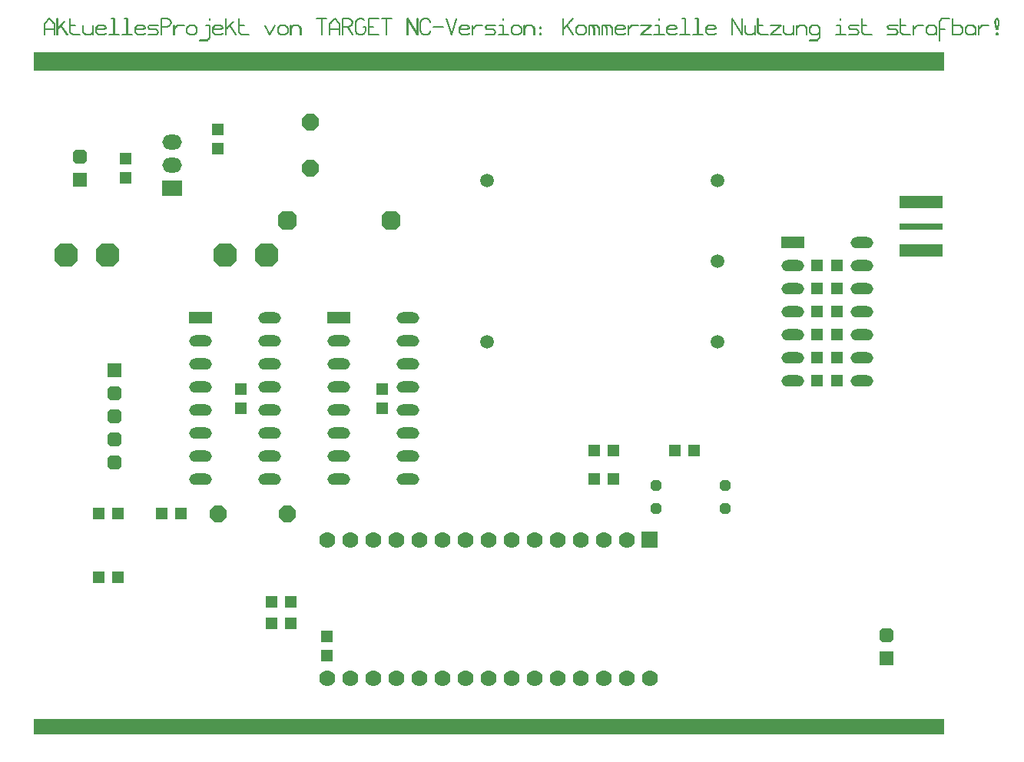
<source format=gts>
%FSLAX35Y35*%
%MOIN*%
%IN18=Loetstoppmaskeoben(X.GTS)*%
%TF.FileFunction,Soldermask,Top*%
%ADD10C,0.00591*%
%ADD11C,0.00288*%
%ADD12C,0.00360*%
%ADD13C,0.00500*%
%ADD14C,0.00512*%
%ADD15C,0.00768*%
%ADD16C,0.00787*%
%ADD17C,0.01024*%
%ADD18C,0.01181*%
%ADD19C,0.01575*%
%ADD20C,0.01600*%
%ADD21C,0.03150*%
%ADD22C,0.03937*%
%ADD23C,0.04724*%
%ADD24C,0.05906*%
%ADD25C,0.07000*%
%AMR_26*21,1,0.02953,0.18898,0,0,90.000*%
%ADD26R_26*%
%AMR_27*21,1,0.05000,0.05000,0,0,0.000*%
%ADD27R_27*%
%AMR_28*21,1,0.05000,0.05000,0,0,90.000*%
%ADD28R_28*%
%AMR_29*21,1,0.05000,0.05000,0,0,180.000*%
%ADD29R_29*%
%AMR_30*21,1,0.05000,0.05000,0,0,270.000*%
%ADD30R_30*%
%AMR_31*21,1,0.05000,0.09843,0,0,270.000*%
%ADD31R_31*%
%AMR_32*21,1,0.05118,0.18898,0,0,90.000*%
%ADD32R_32*%
%AMR_33*21,1,0.06500,0.08500,0,0,90.000*%
%ADD33R_33*%
%AMR_34*21,1,0.07000,0.07000,0,0,180.000*%
%ADD34R_34*%
%AMR_35*21,1,0.19685,0.06875,0,0,0.000*%
%ADD35R_35*%
%AMR_36*21,1,0.19685,0.08125,0,0,0.000*%
%ADD36R_36*%
%AMR_37*21,1,0.19685,0.19685,0,0,0.000*%
%ADD37R_37*%
%AMOCT_38*4,1,8,0.023622,0.011811,0.011811,0.023622,-0.011811,0.023622,-0.023622,0.011811,-0.023622,-0.011811,-0.011811,-0.023622,0.011811,-0.023622,0.023622,-0.011811,0.023622,0.011811,0.000*%
%ADD38OCT_38*%
%AMOCT_39*4,1,8,0.023622,0.011811,0.011811,0.023622,-0.011811,0.023622,-0.023622,0.011811,-0.023622,-0.011811,-0.011811,-0.023622,0.011811,-0.023622,0.023622,-0.011811,0.023622,0.011811,270.000*%
%ADD39OCT_39*%
%AMOCT_40*4,1,8,0.031496,0.015748,0.015748,0.031496,-0.015748,0.031496,-0.031496,0.015748,-0.031496,-0.015748,-0.015748,-0.031496,0.015748,-0.031496,0.031496,-0.015748,0.031496,0.015748,90.000*%
%ADD40OCT_40*%
%AMOCT_41*4,1,8,0.031496,0.015748,0.015748,0.031496,-0.015748,0.031496,-0.031496,0.015748,-0.031496,-0.015748,-0.015748,-0.031496,0.015748,-0.031496,0.031496,-0.015748,0.031496,0.015748,270.000*%
%ADD41OCT_41*%
%AMOCT_42*4,1,8,0.035433,0.017717,0.017717,0.035433,-0.017717,0.035433,-0.035433,0.017717,-0.035433,-0.017717,-0.017717,-0.035433,0.017717,-0.035433,0.035433,-0.017717,0.035433,0.017717,180.000*%
%ADD42OCT_42*%
%AMOCT_43*4,1,8,0.035433,0.017717,0.017717,0.035433,-0.017717,0.035433,-0.035433,0.017717,-0.035433,-0.017717,-0.017717,-0.035433,0.017717,-0.035433,0.035433,-0.017717,0.035433,0.017717,270.000*%
%ADD43OCT_43*%
%AMOCT_44*4,1,8,0.041339,0.020669,0.020669,0.041339,-0.020669,0.041339,-0.041339,0.020669,-0.041339,-0.020669,-0.020669,-0.041339,0.020669,-0.041339,0.041339,-0.020669,0.041339,0.020669,0.000*%
%ADD44OCT_44*%
%AMOCT_45*4,1,8,0.049213,0.024606,0.024606,0.049213,-0.024606,0.049213,-0.049213,0.024606,-0.049213,-0.024606,-0.024606,-0.049213,0.024606,-0.049213,0.049213,-0.024606,0.049213,0.024606,0.000*%
%ADD45OCT_45*%
%ADD46O,0.09843X0.05000*%
%ADD47O,0.08500X0.06500*%
%AMRR_48*21,1,0.06299,0.05039,0,0,90.000*21,1,0.05039,0.06299,0,0,90.000*1,1,0.01260,-0.02520,0.02520*1,1,0.01260,0.02520,-0.02520*1,1,0.01260,0.02520,0.02520*1,1,0.01260,-0.02520,-0.02520*%
%ADD48RR_48*%
%AMRR_49*21,1,0.06299,0.05039,0,0,270.000*21,1,0.05039,0.06299,0,0,270.000*1,1,0.01260,0.02520,-0.02520*1,1,0.01260,-0.02520,0.02520*1,1,0.01260,-0.02520,-0.02520*1,1,0.01260,0.02520,0.02520*%
%ADD49RR_49*%
G54D10*
X3907Y307874D02*
X3907Y303149D01*
X3916Y303128D01*
X3937Y303120D01*
X3957Y303128D01*
X3966Y303149D01*
X3966Y307874D01*
X3957Y307894D01*
X3937Y307903D01*
X3916Y307894D01*
X3907Y307874D01*
X3907Y303671D02*
X3966Y303671D01*
X3907Y304222D02*
X3966Y304222D01*
X3907Y304773D02*
X3966Y304773D01*
X3907Y305324D02*
X3966Y305324D01*
X3907Y305875D02*
X3966Y305875D01*
X3907Y306427D02*
X3966Y306427D01*
X3907Y306978D02*
X3966Y306978D01*
X3907Y307529D02*
X3966Y307529D01*
X8267Y305541D02*
X3937Y305541D01*
X3916Y305532D01*
X3907Y305511D01*
X3916Y305490D01*
X3937Y305482D01*
X8267Y305482D01*
X8288Y305490D01*
X8297Y305511D01*
X8288Y305532D01*
X8267Y305541D01*
X8297Y303149D02*
X8297Y307874D01*
X8288Y307894D01*
X8267Y307903D01*
X8246Y307894D01*
X8238Y307874D01*
X8238Y303149D01*
X8246Y303128D01*
X8267Y303120D01*
X8288Y303128D01*
X8297Y303149D01*
X8238Y303671D02*
X8297Y303671D01*
X8238Y304222D02*
X8297Y304222D01*
X8238Y304773D02*
X8297Y304773D01*
X8238Y305324D02*
X8297Y305324D01*
X8238Y305875D02*
X8297Y305875D01*
X8238Y306427D02*
X8297Y306427D01*
X8238Y306978D02*
X8297Y306978D01*
X8238Y307529D02*
X8297Y307529D01*
X6080Y310256D02*
X3915Y307893D01*
X3907Y307872D01*
X3917Y307852D01*
X3938Y307844D01*
X3958Y307854D01*
X6124Y310216D01*
X6131Y310237D01*
X6122Y310257D01*
X6101Y310265D01*
X6080Y310256D01*
X4375Y308395D02*
X4455Y308395D01*
X4880Y308946D02*
X4960Y308946D01*
X5385Y309498D02*
X5465Y309498D01*
X5890Y310049D02*
X5971Y310049D01*
X8289Y307893D02*
X6124Y310256D01*
X6103Y310265D01*
X6082Y310257D01*
X6072Y310237D01*
X6080Y310216D01*
X8245Y307854D01*
X8266Y307844D01*
X8287Y307852D01*
X8297Y307872D01*
X8289Y307893D01*
X7749Y308395D02*
X7829Y308395D01*
X7244Y308946D02*
X7324Y308946D01*
X6738Y309498D02*
X6819Y309498D01*
X6233Y310049D02*
X6313Y310049D01*
X9596Y303149D02*
X9596Y310236D01*
X9587Y310257D01*
X9566Y310265D01*
X9546Y310257D01*
X9537Y310236D01*
X9537Y303149D01*
X9546Y303128D01*
X9566Y303120D01*
X9587Y303128D01*
X9596Y303149D01*
X9537Y303671D02*
X9596Y303671D01*
X9537Y304222D02*
X9596Y304222D01*
X9537Y304773D02*
X9596Y304773D01*
X9537Y305324D02*
X9596Y305324D01*
X9537Y305875D02*
X9596Y305875D01*
X9537Y306427D02*
X9596Y306427D01*
X9537Y306978D02*
X9596Y306978D01*
X9537Y307529D02*
X9596Y307529D01*
X9537Y308080D02*
X9596Y308080D01*
X9537Y308631D02*
X9596Y308631D01*
X9537Y309183D02*
X9596Y309183D01*
X9537Y309734D02*
X9596Y309734D01*
X12793Y309075D02*
X9545Y305531D01*
X9537Y305510D01*
X9546Y305490D01*
X9568Y305482D01*
X9588Y305491D01*
X12836Y309035D01*
X12844Y309056D01*
X12834Y309076D01*
X12813Y309084D01*
X12793Y309075D01*
X10005Y306033D02*
X10085Y306033D01*
X10510Y306584D02*
X10590Y306584D01*
X11015Y307135D02*
X11095Y307135D01*
X11520Y307687D02*
X11600Y307687D01*
X12026Y308238D02*
X12106Y308238D01*
X12531Y308789D02*
X12611Y308789D01*
X13922Y303165D02*
X11215Y307299D01*
X11196Y307312D01*
X11174Y307308D01*
X11162Y307289D01*
X11166Y307267D01*
X13872Y303133D01*
X13891Y303120D01*
X13913Y303124D01*
X13926Y303143D01*
X13922Y303165D01*
X13520Y303671D02*
X13590Y303671D01*
X13159Y304223D02*
X13230Y304223D01*
X12798Y304774D02*
X12869Y304774D01*
X12437Y305325D02*
X12508Y305325D01*
X12076Y305876D02*
X12147Y305876D01*
X11715Y306427D02*
X11786Y306427D01*
X11355Y306978D02*
X11425Y306978D01*
X15226Y304330D02*
X15226Y310236D01*
X15217Y310257D01*
X15196Y310265D01*
X15175Y310257D01*
X15167Y310236D01*
X15167Y304330D01*
X15175Y304309D01*
X15196Y304301D01*
X15217Y304309D01*
X15226Y304330D01*
X15167Y304852D02*
X15226Y304852D01*
X15167Y305403D02*
X15226Y305403D01*
X15167Y305954D02*
X15226Y305954D01*
X15167Y306505D02*
X15226Y306505D01*
X15167Y307057D02*
X15226Y307057D01*
X15167Y307608D02*
X15226Y307608D01*
X15167Y308159D02*
X15226Y308159D01*
X15167Y308710D02*
X15226Y308710D01*
X15167Y309261D02*
X15226Y309261D01*
X15167Y309812D02*
X15226Y309812D01*
X16301Y303169D02*
X15218Y304350D01*
X15198Y304360D01*
X15176Y304352D01*
X15167Y304331D01*
X15175Y304310D01*
X16257Y303129D01*
X16278Y303120D01*
X16299Y303127D01*
X16309Y303148D01*
X16301Y303169D01*
X15761Y303671D02*
X15841Y303671D01*
X15256Y304222D02*
X15336Y304222D01*
X19527Y303179D02*
X16279Y303179D01*
X16258Y303170D01*
X16250Y303149D01*
X16258Y303128D01*
X16279Y303120D01*
X19527Y303120D01*
X19548Y303128D01*
X19557Y303149D01*
X19548Y303170D01*
X19527Y303179D01*
X17362Y307312D02*
X15196Y307312D01*
X15175Y307304D01*
X15167Y307283D01*
X15175Y307262D01*
X15196Y307253D01*
X17362Y307253D01*
X17383Y307262D01*
X17391Y307283D01*
X17383Y307304D01*
X17362Y307312D01*
X20856Y304330D02*
X20856Y307283D01*
X20847Y307304D01*
X20826Y307312D01*
X20805Y307304D01*
X20797Y307283D01*
X20797Y304330D01*
X20805Y304309D01*
X20826Y304301D01*
X20847Y304309D01*
X20856Y304330D01*
X20797Y304852D02*
X20856Y304852D01*
X20797Y305403D02*
X20856Y305403D01*
X20797Y305954D02*
X20856Y305954D01*
X20797Y306505D02*
X20856Y306505D01*
X20797Y307057D02*
X20856Y307057D01*
X21931Y303169D02*
X20848Y304350D01*
X20828Y304360D01*
X20806Y304352D01*
X20797Y304331D01*
X20805Y304310D01*
X21887Y303129D01*
X21908Y303120D01*
X21929Y303127D01*
X21938Y303148D01*
X21931Y303169D01*
X21391Y303671D02*
X21471Y303671D01*
X20885Y304222D02*
X20966Y304222D01*
X24074Y303179D02*
X21909Y303179D01*
X21888Y303170D01*
X21879Y303149D01*
X21888Y303128D01*
X21909Y303120D01*
X24074Y303120D01*
X24095Y303128D01*
X24104Y303149D01*
X24095Y303170D01*
X24074Y303179D01*
X25135Y304350D02*
X24053Y303169D01*
X24045Y303148D01*
X24054Y303127D01*
X24076Y303120D01*
X24096Y303129D01*
X25179Y304310D01*
X25186Y304331D01*
X25177Y304352D01*
X25156Y304360D01*
X25135Y304350D01*
X24512Y303671D02*
X24593Y303671D01*
X25018Y304222D02*
X25098Y304222D01*
X25187Y303149D02*
X25187Y307283D01*
X25178Y307304D01*
X25157Y307312D01*
X25136Y307304D01*
X25127Y307283D01*
X25127Y303149D01*
X25136Y303128D01*
X25157Y303120D01*
X25178Y303128D01*
X25187Y303149D01*
X25127Y303671D02*
X25187Y303671D01*
X25127Y304222D02*
X25187Y304222D01*
X25127Y304773D02*
X25187Y304773D01*
X25127Y305324D02*
X25187Y305324D01*
X25127Y305875D02*
X25187Y305875D01*
X25127Y306427D02*
X25187Y306427D01*
X25127Y306978D02*
X25187Y306978D01*
X29718Y303123D02*
X30801Y303714D01*
X30815Y303731D01*
X30813Y303754D01*
X30795Y303768D01*
X30773Y303766D01*
X29690Y303175D01*
X29676Y303157D01*
X29678Y303135D01*
X29696Y303121D01*
X29718Y303123D01*
X30601Y303672D02*
X30724Y303672D01*
X27539Y303120D02*
X29704Y303120D01*
X29725Y303128D01*
X29734Y303149D01*
X29725Y303170D01*
X29704Y303179D01*
X27539Y303179D01*
X27518Y303170D01*
X27509Y303149D01*
X27518Y303128D01*
X27539Y303120D01*
X26434Y304310D02*
X27517Y303129D01*
X27538Y303120D01*
X27559Y303127D01*
X27568Y303148D01*
X27561Y303169D01*
X26478Y304350D01*
X26457Y304360D01*
X26436Y304352D01*
X26427Y304331D01*
X26434Y304310D01*
X27021Y303671D02*
X27101Y303671D01*
X26515Y304222D02*
X26595Y304222D01*
X26427Y306102D02*
X26427Y304330D01*
X26435Y304309D01*
X26456Y304301D01*
X26477Y304309D01*
X26486Y304330D01*
X26486Y306102D01*
X26477Y306123D01*
X26456Y306131D01*
X26435Y306123D01*
X26427Y306102D01*
X26427Y304852D02*
X26486Y304852D01*
X26427Y305403D02*
X26486Y305403D01*
X26427Y305954D02*
X26486Y305954D01*
X27517Y307303D02*
X26434Y306122D01*
X26427Y306101D01*
X26436Y306080D01*
X26457Y306072D01*
X26478Y306082D01*
X27561Y307263D01*
X27568Y307284D01*
X27559Y307305D01*
X27538Y307312D01*
X27517Y307303D01*
X26894Y306624D02*
X26974Y306624D01*
X27400Y307175D02*
X27480Y307175D01*
X29704Y307312D02*
X27539Y307312D01*
X27518Y307304D01*
X27509Y307283D01*
X27518Y307262D01*
X27539Y307253D01*
X29704Y307253D01*
X29725Y307262D01*
X29734Y307283D01*
X29725Y307304D01*
X29704Y307312D01*
X30801Y306718D02*
X29718Y307309D01*
X29696Y307311D01*
X29678Y307297D01*
X29676Y307275D01*
X29690Y307257D01*
X30773Y306666D01*
X30795Y306664D01*
X30813Y306678D01*
X30815Y306701D01*
X30801Y306718D01*
X29767Y307215D02*
X29890Y307215D01*
X30816Y306102D02*
X30816Y306692D01*
X30808Y306713D01*
X30787Y306722D01*
X30766Y306713D01*
X30757Y306692D01*
X30757Y306102D01*
X30766Y306081D01*
X30787Y306072D01*
X30808Y306081D01*
X30816Y306102D01*
X30757Y306624D02*
X30816Y306624D01*
X29718Y305485D02*
X30801Y306076D01*
X30815Y306094D01*
X30813Y306116D01*
X30795Y306130D01*
X30773Y306128D01*
X29690Y305537D01*
X29676Y305520D01*
X29678Y305497D01*
X29696Y305483D01*
X29718Y305485D01*
X30601Y306034D02*
X30724Y306034D01*
X26456Y305482D02*
X29704Y305482D01*
X29725Y305490D01*
X29734Y305511D01*
X29725Y305532D01*
X29704Y305541D01*
X26456Y305541D01*
X26435Y305532D01*
X26427Y305511D01*
X26435Y305490D01*
X26456Y305482D01*
X36417Y303179D02*
X32086Y303179D01*
X32065Y303170D01*
X32057Y303149D01*
X32065Y303128D01*
X32086Y303120D01*
X36417Y303120D01*
X36438Y303128D01*
X36446Y303149D01*
X36438Y303170D01*
X36417Y303179D01*
X34251Y310265D02*
X33169Y310265D01*
X33148Y310257D01*
X33139Y310236D01*
X33148Y310215D01*
X33169Y310206D01*
X34251Y310206D01*
X34272Y310215D01*
X34281Y310236D01*
X34272Y310257D01*
X34251Y310265D01*
X34281Y303149D02*
X34281Y310236D01*
X34272Y310257D01*
X34251Y310265D01*
X34231Y310257D01*
X34222Y310236D01*
X34222Y303149D01*
X34231Y303128D01*
X34251Y303120D01*
X34272Y303128D01*
X34281Y303149D01*
X34222Y303671D02*
X34281Y303671D01*
X34222Y304222D02*
X34281Y304222D01*
X34222Y304773D02*
X34281Y304773D01*
X34222Y305324D02*
X34281Y305324D01*
X34222Y305875D02*
X34281Y305875D01*
X34222Y306427D02*
X34281Y306427D01*
X34222Y306978D02*
X34281Y306978D01*
X34222Y307529D02*
X34281Y307529D01*
X34222Y308080D02*
X34281Y308080D01*
X34222Y308631D02*
X34281Y308631D01*
X34222Y309183D02*
X34281Y309183D01*
X34222Y309734D02*
X34281Y309734D01*
X42047Y303179D02*
X37716Y303179D01*
X37695Y303170D01*
X37687Y303149D01*
X37695Y303128D01*
X37716Y303120D01*
X42047Y303120D01*
X42068Y303128D01*
X42076Y303149D01*
X42068Y303170D01*
X42047Y303179D01*
X39881Y310265D02*
X38799Y310265D01*
X38778Y310257D01*
X38769Y310236D01*
X38778Y310215D01*
X38799Y310206D01*
X39881Y310206D01*
X39902Y310215D01*
X39911Y310236D01*
X39902Y310257D01*
X39881Y310265D01*
X39911Y303149D02*
X39911Y310236D01*
X39902Y310257D01*
X39881Y310265D01*
X39861Y310257D01*
X39852Y310236D01*
X39852Y303149D01*
X39861Y303128D01*
X39881Y303120D01*
X39902Y303128D01*
X39911Y303149D01*
X39852Y303671D02*
X39911Y303671D01*
X39852Y304222D02*
X39911Y304222D01*
X39852Y304773D02*
X39911Y304773D01*
X39852Y305324D02*
X39911Y305324D01*
X39852Y305875D02*
X39911Y305875D01*
X39852Y306427D02*
X39911Y306427D01*
X39852Y306978D02*
X39911Y306978D01*
X39852Y307529D02*
X39911Y307529D01*
X39852Y308080D02*
X39911Y308080D01*
X39852Y308631D02*
X39911Y308631D01*
X39852Y309183D02*
X39911Y309183D01*
X39852Y309734D02*
X39911Y309734D01*
X46608Y303123D02*
X47691Y303714D01*
X47705Y303731D01*
X47703Y303754D01*
X47685Y303768D01*
X47663Y303766D01*
X46580Y303175D01*
X46566Y303157D01*
X46568Y303135D01*
X46586Y303121D01*
X46608Y303123D01*
X47491Y303672D02*
X47614Y303672D01*
X44429Y303120D02*
X46594Y303120D01*
X46615Y303128D01*
X46624Y303149D01*
X46615Y303170D01*
X46594Y303179D01*
X44429Y303179D01*
X44408Y303170D01*
X44399Y303149D01*
X44408Y303128D01*
X44429Y303120D01*
X43324Y304310D02*
X44407Y303129D01*
X44427Y303120D01*
X44449Y303127D01*
X44458Y303148D01*
X44450Y303169D01*
X43368Y304350D01*
X43347Y304360D01*
X43326Y304352D01*
X43316Y304331D01*
X43324Y304310D01*
X43910Y303671D02*
X43990Y303671D01*
X43405Y304222D02*
X43485Y304222D01*
X43316Y306102D02*
X43316Y304330D01*
X43325Y304309D01*
X43346Y304301D01*
X43367Y304309D01*
X43375Y304330D01*
X43375Y306102D01*
X43367Y306123D01*
X43346Y306131D01*
X43325Y306123D01*
X43316Y306102D01*
X43316Y304852D02*
X43375Y304852D01*
X43316Y305403D02*
X43375Y305403D01*
X43316Y305954D02*
X43375Y305954D01*
X44407Y307303D02*
X43324Y306122D01*
X43316Y306101D01*
X43326Y306080D01*
X43347Y306072D01*
X43368Y306082D01*
X44450Y307263D01*
X44458Y307284D01*
X44449Y307305D01*
X44427Y307312D01*
X44407Y307303D01*
X43784Y306624D02*
X43864Y306624D01*
X44289Y307175D02*
X44369Y307175D01*
X46594Y307312D02*
X44429Y307312D01*
X44408Y307304D01*
X44399Y307283D01*
X44408Y307262D01*
X44429Y307253D01*
X46594Y307253D01*
X46615Y307262D01*
X46624Y307283D01*
X46615Y307304D01*
X46594Y307312D01*
X47691Y306718D02*
X46608Y307309D01*
X46586Y307311D01*
X46568Y307297D01*
X46566Y307275D01*
X46580Y307257D01*
X47663Y306666D01*
X47685Y306664D01*
X47703Y306678D01*
X47705Y306701D01*
X47691Y306718D01*
X46656Y307215D02*
X46780Y307215D01*
X47706Y306102D02*
X47706Y306692D01*
X47698Y306713D01*
X47677Y306722D01*
X47656Y306713D01*
X47647Y306692D01*
X47647Y306102D01*
X47656Y306081D01*
X47677Y306072D01*
X47698Y306081D01*
X47706Y306102D01*
X47647Y306624D02*
X47706Y306624D01*
X46608Y305485D02*
X47691Y306076D01*
X47705Y306094D01*
X47703Y306116D01*
X47685Y306130D01*
X47663Y306128D01*
X46580Y305537D01*
X46566Y305520D01*
X46568Y305497D01*
X46586Y305483D01*
X46608Y305485D01*
X47491Y306034D02*
X47614Y306034D01*
X43346Y305482D02*
X46594Y305482D01*
X46615Y305490D01*
X46624Y305511D01*
X46615Y305532D01*
X46594Y305541D01*
X43346Y305541D01*
X43325Y305532D01*
X43316Y305511D01*
X43325Y305490D01*
X43346Y305482D01*
X52765Y303179D02*
X48976Y303179D01*
X48955Y303170D01*
X48946Y303149D01*
X48955Y303128D01*
X48976Y303120D01*
X52765Y303120D01*
X52786Y303128D01*
X52795Y303149D01*
X52786Y303170D01*
X52765Y303179D01*
X53280Y304343D02*
X52738Y303161D01*
X52738Y303139D01*
X52753Y303122D01*
X52776Y303121D01*
X52792Y303137D01*
X53333Y304318D01*
X53334Y304340D01*
X53319Y304357D01*
X53296Y304358D01*
X53280Y304343D01*
X52973Y303673D02*
X53038Y303673D01*
X53225Y304224D02*
X53290Y304224D01*
X52738Y305499D02*
X53280Y304318D01*
X53296Y304303D01*
X53319Y304303D01*
X53334Y304320D01*
X53333Y304343D01*
X52792Y305524D01*
X52776Y305539D01*
X52753Y305538D01*
X52738Y305522D01*
X52738Y305499D01*
X53034Y304854D02*
X53099Y304854D01*
X52782Y305405D02*
X52847Y305405D01*
X49517Y305482D02*
X52765Y305482D01*
X52786Y305490D01*
X52795Y305511D01*
X52786Y305532D01*
X52765Y305541D01*
X49517Y305541D01*
X49496Y305532D01*
X49488Y305511D01*
X49496Y305490D01*
X49517Y305482D01*
X48949Y306680D02*
X49490Y305499D01*
X49507Y305484D01*
X49530Y305484D01*
X49545Y305501D01*
X49544Y305524D01*
X49003Y306705D01*
X48986Y306720D01*
X48964Y306719D01*
X48948Y306703D01*
X48949Y306680D01*
X49245Y306035D02*
X49310Y306035D01*
X48992Y306586D02*
X49057Y306586D01*
X49495Y307303D02*
X48954Y306712D01*
X48946Y306691D01*
X48956Y306671D01*
X48977Y306663D01*
X48998Y306672D01*
X49539Y307263D01*
X49547Y307284D01*
X49537Y307305D01*
X49516Y307312D01*
X49495Y307303D01*
X49414Y307214D02*
X49494Y307214D01*
X53307Y307312D02*
X49517Y307312D01*
X49496Y307304D01*
X49488Y307283D01*
X49496Y307262D01*
X49517Y307253D01*
X53307Y307253D01*
X53327Y307262D01*
X53336Y307283D01*
X53327Y307304D01*
X53307Y307312D01*
X54635Y303149D02*
X54635Y310236D01*
X54627Y310257D01*
X54606Y310265D01*
X54585Y310257D01*
X54576Y310236D01*
X54576Y303149D01*
X54585Y303128D01*
X54606Y303120D01*
X54627Y303128D01*
X54635Y303149D01*
X54576Y303671D02*
X54635Y303671D01*
X54576Y304222D02*
X54635Y304222D01*
X54576Y304773D02*
X54635Y304773D01*
X54576Y305324D02*
X54635Y305324D01*
X54576Y305875D02*
X54635Y305875D01*
X54576Y306427D02*
X54635Y306427D01*
X54576Y306978D02*
X54635Y306978D01*
X54576Y307529D02*
X54635Y307529D01*
X54576Y308080D02*
X54635Y308080D01*
X54576Y308631D02*
X54635Y308631D01*
X54576Y309183D02*
X54635Y309183D01*
X54576Y309734D02*
X54635Y309734D01*
X57312Y306722D02*
X54606Y306722D01*
X54585Y306713D01*
X54576Y306692D01*
X54585Y306672D01*
X54606Y306663D01*
X57312Y306663D01*
X57333Y306672D01*
X57342Y306692D01*
X57333Y306713D01*
X57312Y306722D01*
X58381Y307309D02*
X57298Y306718D01*
X57284Y306701D01*
X57287Y306678D01*
X57304Y306664D01*
X57327Y306666D01*
X58409Y307257D01*
X58423Y307275D01*
X58421Y307297D01*
X58404Y307311D01*
X58381Y307309D01*
X58209Y307215D02*
X58333Y307215D01*
X58910Y308476D02*
X58368Y307295D01*
X58367Y307273D01*
X58383Y307256D01*
X58405Y307255D01*
X58422Y307271D01*
X58963Y308452D01*
X58964Y308474D01*
X58949Y308491D01*
X58926Y308492D01*
X58910Y308476D01*
X58603Y307806D02*
X58668Y307806D01*
X58855Y308358D02*
X58920Y308358D01*
X58368Y309633D02*
X58910Y308452D01*
X58926Y308436D01*
X58949Y308437D01*
X58964Y308454D01*
X58963Y308476D01*
X58422Y309657D01*
X58405Y309673D01*
X58383Y309672D01*
X58367Y309655D01*
X58368Y309633D01*
X58664Y308988D02*
X58729Y308988D01*
X58411Y309539D02*
X58476Y309539D01*
X57298Y310210D02*
X58381Y309619D01*
X58404Y309617D01*
X58421Y309631D01*
X58423Y309654D01*
X58409Y309671D01*
X57327Y310262D01*
X57304Y310264D01*
X57287Y310250D01*
X57284Y310227D01*
X57298Y310210D01*
X57375Y310168D02*
X57498Y310168D01*
X54606Y310206D02*
X57312Y310206D01*
X57333Y310215D01*
X57342Y310236D01*
X57333Y310257D01*
X57312Y310265D01*
X54606Y310265D01*
X54585Y310257D01*
X54576Y310236D01*
X54585Y310215D01*
X54606Y310206D01*
X60265Y303149D02*
X60265Y307283D01*
X60257Y307304D01*
X60236Y307312D01*
X60215Y307304D01*
X60206Y307283D01*
X60206Y303149D01*
X60215Y303128D01*
X60236Y303120D01*
X60257Y303128D01*
X60265Y303149D01*
X60206Y303671D02*
X60265Y303671D01*
X60206Y304222D02*
X60265Y304222D01*
X60206Y304773D02*
X60265Y304773D01*
X60206Y305324D02*
X60265Y305324D01*
X60206Y305875D02*
X60265Y305875D01*
X60206Y306427D02*
X60265Y306427D01*
X60206Y306978D02*
X60265Y306978D01*
X61838Y307303D02*
X60214Y305531D01*
X60206Y305510D01*
X60216Y305490D01*
X60237Y305482D01*
X60257Y305491D01*
X61882Y307263D01*
X61889Y307284D01*
X61880Y307305D01*
X61858Y307312D01*
X61838Y307303D01*
X60674Y306033D02*
X60754Y306033D01*
X61179Y306584D02*
X61259Y306584D01*
X61684Y307135D02*
X61764Y307135D01*
X64566Y307312D02*
X61860Y307312D01*
X61839Y307304D01*
X61830Y307283D01*
X61839Y307262D01*
X61860Y307253D01*
X64566Y307253D01*
X64587Y307262D01*
X64596Y307283D01*
X64587Y307304D01*
X64566Y307312D01*
X65895Y304330D02*
X65895Y306102D01*
X65887Y306123D01*
X65866Y306131D01*
X65845Y306123D01*
X65836Y306102D01*
X65836Y304330D01*
X65845Y304309D01*
X65866Y304301D01*
X65887Y304309D01*
X65895Y304330D01*
X65836Y304852D02*
X65895Y304852D01*
X65836Y305403D02*
X65895Y305403D01*
X65836Y305954D02*
X65895Y305954D01*
X66927Y307303D02*
X65844Y306122D01*
X65836Y306101D01*
X65846Y306080D01*
X65867Y306072D01*
X65887Y306082D01*
X66970Y307263D01*
X66978Y307284D01*
X66968Y307305D01*
X66947Y307312D01*
X66927Y307303D01*
X66304Y306624D02*
X66384Y306624D01*
X66809Y307175D02*
X66889Y307175D01*
X69114Y307312D02*
X66948Y307312D01*
X66927Y307304D01*
X66919Y307283D01*
X66927Y307262D01*
X66948Y307253D01*
X69114Y307253D01*
X69135Y307262D01*
X69143Y307283D01*
X69135Y307304D01*
X69114Y307312D01*
X70218Y306122D02*
X69135Y307303D01*
X69115Y307312D01*
X69094Y307305D01*
X69084Y307284D01*
X69092Y307263D01*
X70175Y306082D01*
X70195Y306072D01*
X70216Y306080D01*
X70226Y306101D01*
X70218Y306122D01*
X69678Y306624D02*
X69758Y306624D01*
X69173Y307175D02*
X69253Y307175D01*
X70226Y304330D02*
X70226Y306102D01*
X70217Y306123D01*
X70196Y306131D01*
X70175Y306123D01*
X70167Y306102D01*
X70167Y304330D01*
X70175Y304309D01*
X70196Y304301D01*
X70217Y304309D01*
X70226Y304330D01*
X70167Y304852D02*
X70226Y304852D01*
X70167Y305403D02*
X70226Y305403D01*
X70167Y305954D02*
X70226Y305954D01*
X69135Y303129D02*
X70218Y304310D01*
X70226Y304331D01*
X70216Y304352D01*
X70195Y304360D01*
X70175Y304350D01*
X69092Y303169D01*
X69084Y303148D01*
X69094Y303127D01*
X69115Y303120D01*
X69135Y303129D01*
X69552Y303671D02*
X69632Y303671D01*
X70057Y304222D02*
X70137Y304222D01*
X66948Y303120D02*
X69114Y303120D01*
X69135Y303128D01*
X69143Y303149D01*
X69135Y303170D01*
X69114Y303179D01*
X66948Y303179D01*
X66927Y303170D01*
X66919Y303149D01*
X66927Y303128D01*
X66948Y303120D01*
X65844Y304310D02*
X66927Y303129D01*
X66947Y303120D01*
X66968Y303127D01*
X66978Y303148D01*
X66970Y303169D01*
X65887Y304350D01*
X65867Y304360D01*
X65846Y304352D01*
X65836Y304331D01*
X65844Y304310D01*
X66430Y303671D02*
X66510Y303671D01*
X65925Y304222D02*
X66005Y304222D01*
X74744Y300816D02*
X71496Y300816D01*
X71475Y300808D01*
X71466Y300787D01*
X71475Y300766D01*
X71496Y300757D01*
X74744Y300757D01*
X74764Y300766D01*
X74773Y300787D01*
X74764Y300808D01*
X74744Y300816D01*
X75805Y301988D02*
X74722Y300807D01*
X74714Y300786D01*
X74724Y300765D01*
X74745Y300757D01*
X74765Y300767D01*
X75848Y301948D01*
X75856Y301969D01*
X75846Y301990D01*
X75825Y301998D01*
X75805Y301988D01*
X75182Y301309D02*
X75262Y301309D01*
X75687Y301860D02*
X75767Y301860D01*
X75797Y307283D02*
X75797Y301968D01*
X75805Y301947D01*
X75826Y301938D01*
X75847Y301947D01*
X75856Y301968D01*
X75856Y307283D01*
X75847Y307304D01*
X75826Y307312D01*
X75805Y307304D01*
X75797Y307283D01*
X75797Y302490D02*
X75856Y302490D01*
X75797Y303041D02*
X75856Y303041D01*
X75797Y303592D02*
X75856Y303592D01*
X75797Y304143D02*
X75856Y304143D01*
X75797Y304694D02*
X75856Y304694D01*
X75797Y305246D02*
X75856Y305246D01*
X75797Y305797D02*
X75856Y305797D01*
X75797Y306348D02*
X75856Y306348D01*
X75797Y306899D02*
X75856Y306899D01*
X74202Y307253D02*
X75826Y307253D01*
X75847Y307262D01*
X75856Y307283D01*
X75847Y307304D01*
X75826Y307312D01*
X74202Y307312D01*
X74181Y307304D01*
X74173Y307283D01*
X74181Y307262D01*
X74202Y307253D01*
X75856Y309645D02*
X75856Y310236D01*
X75847Y310257D01*
X75826Y310265D01*
X75805Y310257D01*
X75797Y310236D01*
X75797Y309645D01*
X75805Y309624D01*
X75826Y309616D01*
X75847Y309624D01*
X75856Y309645D01*
X75797Y310167D02*
X75856Y310167D01*
X80388Y303123D02*
X81470Y303714D01*
X81485Y303731D01*
X81482Y303754D01*
X81465Y303768D01*
X81442Y303766D01*
X80359Y303175D01*
X80345Y303157D01*
X80348Y303135D01*
X80365Y303121D01*
X80388Y303123D01*
X81270Y303672D02*
X81394Y303672D01*
X78208Y303120D02*
X80374Y303120D01*
X80394Y303128D01*
X80403Y303149D01*
X80394Y303170D01*
X80374Y303179D01*
X78208Y303179D01*
X78187Y303170D01*
X78179Y303149D01*
X78187Y303128D01*
X78208Y303120D01*
X77104Y304310D02*
X78186Y303129D01*
X78207Y303120D01*
X78228Y303127D01*
X78238Y303148D01*
X78230Y303169D01*
X77147Y304350D01*
X77127Y304360D01*
X77106Y304352D01*
X77096Y304331D01*
X77104Y304310D01*
X77690Y303671D02*
X77770Y303671D01*
X77185Y304222D02*
X77265Y304222D01*
X77096Y306102D02*
X77096Y304330D01*
X77105Y304309D01*
X77125Y304301D01*
X77146Y304309D01*
X77155Y304330D01*
X77155Y306102D01*
X77146Y306123D01*
X77125Y306131D01*
X77105Y306123D01*
X77096Y306102D01*
X77096Y304852D02*
X77155Y304852D01*
X77096Y305403D02*
X77155Y305403D01*
X77096Y305954D02*
X77155Y305954D01*
X78186Y307303D02*
X77104Y306122D01*
X77096Y306101D01*
X77106Y306080D01*
X77127Y306072D01*
X77147Y306082D01*
X78230Y307263D01*
X78238Y307284D01*
X78228Y307305D01*
X78207Y307312D01*
X78186Y307303D01*
X77564Y306624D02*
X77644Y306624D01*
X78069Y307175D02*
X78149Y307175D01*
X80374Y307312D02*
X78208Y307312D01*
X78187Y307304D01*
X78179Y307283D01*
X78187Y307262D01*
X78208Y307253D01*
X80374Y307253D01*
X80394Y307262D01*
X80403Y307283D01*
X80394Y307304D01*
X80374Y307312D01*
X81470Y306718D02*
X80388Y307309D01*
X80365Y307311D01*
X80348Y307297D01*
X80345Y307275D01*
X80359Y307257D01*
X81442Y306666D01*
X81465Y306664D01*
X81482Y306678D01*
X81485Y306701D01*
X81470Y306718D01*
X80436Y307215D02*
X80559Y307215D01*
X81486Y306102D02*
X81486Y306692D01*
X81477Y306713D01*
X81456Y306722D01*
X81435Y306713D01*
X81427Y306692D01*
X81427Y306102D01*
X81435Y306081D01*
X81456Y306072D01*
X81477Y306081D01*
X81486Y306102D01*
X81427Y306624D02*
X81486Y306624D01*
X80388Y305485D02*
X81470Y306076D01*
X81485Y306094D01*
X81482Y306116D01*
X81465Y306130D01*
X81442Y306128D01*
X80359Y305537D01*
X80345Y305520D01*
X80348Y305497D01*
X80365Y305483D01*
X80388Y305485D01*
X81270Y306034D02*
X81394Y306034D01*
X77125Y305482D02*
X80374Y305482D01*
X80394Y305490D01*
X80403Y305511D01*
X80394Y305532D01*
X80374Y305541D01*
X77125Y305541D01*
X77105Y305532D01*
X77096Y305511D01*
X77105Y305490D01*
X77125Y305482D01*
X82785Y303149D02*
X82785Y310236D01*
X82776Y310257D01*
X82755Y310265D01*
X82735Y310257D01*
X82726Y310236D01*
X82726Y303149D01*
X82735Y303128D01*
X82755Y303120D01*
X82776Y303128D01*
X82785Y303149D01*
X82726Y303671D02*
X82785Y303671D01*
X82726Y304222D02*
X82785Y304222D01*
X82726Y304773D02*
X82785Y304773D01*
X82726Y305324D02*
X82785Y305324D01*
X82726Y305875D02*
X82785Y305875D01*
X82726Y306427D02*
X82785Y306427D01*
X82726Y306978D02*
X82785Y306978D01*
X82726Y307529D02*
X82785Y307529D01*
X82726Y308080D02*
X82785Y308080D01*
X82726Y308631D02*
X82785Y308631D01*
X82726Y309183D02*
X82785Y309183D01*
X82726Y309734D02*
X82785Y309734D01*
X85982Y309075D02*
X82734Y305531D01*
X82726Y305510D01*
X82735Y305490D01*
X82757Y305482D01*
X82777Y305491D01*
X86025Y309035D01*
X86033Y309056D01*
X86023Y309076D01*
X86002Y309084D01*
X85982Y309075D01*
X83194Y306033D02*
X83274Y306033D01*
X83699Y306584D02*
X83779Y306584D01*
X84204Y307135D02*
X84284Y307135D01*
X84709Y307687D02*
X84789Y307687D01*
X85215Y308238D02*
X85295Y308238D01*
X85720Y308789D02*
X85800Y308789D01*
X87111Y303165D02*
X84404Y307299D01*
X84385Y307312D01*
X84363Y307308D01*
X84351Y307289D01*
X84355Y307267D01*
X87061Y303133D01*
X87080Y303120D01*
X87102Y303124D01*
X87115Y303143D01*
X87111Y303165D01*
X86709Y303671D02*
X86779Y303671D01*
X86348Y304223D02*
X86419Y304223D01*
X85987Y304774D02*
X86058Y304774D01*
X85626Y305325D02*
X85697Y305325D01*
X85265Y305876D02*
X85336Y305876D01*
X84904Y306427D02*
X84975Y306427D01*
X84544Y306978D02*
X84614Y306978D01*
X88415Y304330D02*
X88415Y310236D01*
X88406Y310257D01*
X88385Y310265D01*
X88364Y310257D01*
X88356Y310236D01*
X88356Y304330D01*
X88364Y304309D01*
X88385Y304301D01*
X88406Y304309D01*
X88415Y304330D01*
X88356Y304852D02*
X88415Y304852D01*
X88356Y305403D02*
X88415Y305403D01*
X88356Y305954D02*
X88415Y305954D01*
X88356Y306505D02*
X88415Y306505D01*
X88356Y307057D02*
X88415Y307057D01*
X88356Y307608D02*
X88415Y307608D01*
X88356Y308159D02*
X88415Y308159D01*
X88356Y308710D02*
X88415Y308710D01*
X88356Y309261D02*
X88415Y309261D01*
X88356Y309812D02*
X88415Y309812D01*
X89490Y303169D02*
X88407Y304350D01*
X88387Y304360D01*
X88365Y304352D01*
X88356Y304331D01*
X88364Y304310D01*
X89446Y303129D01*
X89467Y303120D01*
X89488Y303127D01*
X89498Y303148D01*
X89490Y303169D01*
X88950Y303671D02*
X89030Y303671D01*
X88444Y304222D02*
X88525Y304222D01*
X92716Y303179D02*
X89468Y303179D01*
X89447Y303170D01*
X89438Y303149D01*
X89447Y303128D01*
X89468Y303120D01*
X92716Y303120D01*
X92737Y303128D01*
X92746Y303149D01*
X92737Y303170D01*
X92716Y303179D01*
X90551Y307312D02*
X88385Y307312D01*
X88364Y307304D01*
X88356Y307283D01*
X88364Y307262D01*
X88385Y307253D01*
X90551Y307253D01*
X90572Y307262D01*
X90580Y307283D01*
X90572Y307304D01*
X90551Y307312D01*
X101837Y303163D02*
X99671Y307297D01*
X99654Y307311D01*
X99631Y307309D01*
X99617Y307292D01*
X99619Y307269D01*
X101784Y303135D01*
X101802Y303121D01*
X101824Y303123D01*
X101839Y303140D01*
X101837Y303163D01*
X101503Y303672D02*
X101570Y303672D01*
X101215Y304223D02*
X101281Y304223D01*
X100926Y304774D02*
X100992Y304774D01*
X100637Y305326D02*
X100704Y305326D01*
X100348Y305877D02*
X100415Y305877D01*
X100060Y306428D02*
X100126Y306428D01*
X99771Y306979D02*
X99838Y306979D01*
X103950Y307297D02*
X101784Y303163D01*
X101782Y303140D01*
X101797Y303123D01*
X101819Y303121D01*
X101837Y303135D01*
X104002Y307269D01*
X104004Y307292D01*
X103990Y307309D01*
X103967Y307311D01*
X103950Y307297D01*
X102051Y303672D02*
X102118Y303672D01*
X102340Y304223D02*
X102407Y304223D01*
X102629Y304774D02*
X102695Y304774D01*
X102917Y305326D02*
X102984Y305326D01*
X103206Y305877D02*
X103273Y305877D01*
X103495Y306428D02*
X103561Y306428D01*
X103783Y306979D02*
X103850Y306979D01*
X105305Y304330D02*
X105305Y306102D01*
X105296Y306123D01*
X105275Y306131D01*
X105254Y306123D01*
X105246Y306102D01*
X105246Y304330D01*
X105254Y304309D01*
X105275Y304301D01*
X105296Y304309D01*
X105305Y304330D01*
X105246Y304852D02*
X105305Y304852D01*
X105246Y305403D02*
X105305Y305403D01*
X105246Y305954D02*
X105305Y305954D01*
X106336Y307303D02*
X105253Y306122D01*
X105246Y306101D01*
X105255Y306080D01*
X105276Y306072D01*
X105297Y306082D01*
X106380Y307263D01*
X106387Y307284D01*
X106378Y307305D01*
X106356Y307312D01*
X106336Y307303D01*
X105713Y306624D02*
X105793Y306624D01*
X106218Y307175D02*
X106299Y307175D01*
X108523Y307312D02*
X106358Y307312D01*
X106337Y307304D01*
X106328Y307283D01*
X106337Y307262D01*
X106358Y307253D01*
X108523Y307253D01*
X108544Y307262D01*
X108553Y307283D01*
X108544Y307304D01*
X108523Y307312D01*
X109628Y306122D02*
X108545Y307303D01*
X108524Y307312D01*
X108503Y307305D01*
X108494Y307284D01*
X108501Y307263D01*
X109584Y306082D01*
X109605Y306072D01*
X109626Y306080D01*
X109635Y306101D01*
X109628Y306122D01*
X109088Y306624D02*
X109168Y306624D01*
X108582Y307175D02*
X108662Y307175D01*
X109635Y304330D02*
X109635Y306102D01*
X109627Y306123D01*
X109606Y306131D01*
X109585Y306123D01*
X109576Y306102D01*
X109576Y304330D01*
X109585Y304309D01*
X109606Y304301D01*
X109627Y304309D01*
X109635Y304330D01*
X109576Y304852D02*
X109635Y304852D01*
X109576Y305403D02*
X109635Y305403D01*
X109576Y305954D02*
X109635Y305954D01*
X108545Y303129D02*
X109628Y304310D01*
X109635Y304331D01*
X109626Y304352D01*
X109605Y304360D01*
X109584Y304350D01*
X108501Y303169D01*
X108494Y303148D01*
X108503Y303127D01*
X108524Y303120D01*
X108545Y303129D01*
X108961Y303671D02*
X109041Y303671D01*
X109467Y304222D02*
X109547Y304222D01*
X106358Y303120D02*
X108523Y303120D01*
X108544Y303128D01*
X108553Y303149D01*
X108544Y303170D01*
X108523Y303179D01*
X106358Y303179D01*
X106337Y303170D01*
X106328Y303149D01*
X106337Y303128D01*
X106358Y303120D01*
X105253Y304310D02*
X106336Y303129D01*
X106356Y303120D01*
X106378Y303127D01*
X106387Y303148D01*
X106380Y303169D01*
X105297Y304350D01*
X105276Y304360D01*
X105255Y304352D01*
X105246Y304331D01*
X105253Y304310D01*
X105840Y303671D02*
X105920Y303671D01*
X105334Y304222D02*
X105414Y304222D01*
X110875Y307283D02*
X110875Y303149D01*
X110884Y303128D01*
X110905Y303120D01*
X110926Y303128D01*
X110935Y303149D01*
X110935Y307283D01*
X110926Y307304D01*
X110905Y307312D01*
X110884Y307304D01*
X110875Y307283D01*
X110875Y303671D02*
X110935Y303671D01*
X110875Y304222D02*
X110935Y304222D01*
X110875Y304773D02*
X110935Y304773D01*
X110875Y305324D02*
X110935Y305324D01*
X110875Y305875D02*
X110935Y305875D01*
X110875Y306427D02*
X110935Y306427D01*
X110875Y306978D02*
X110935Y306978D01*
X111966Y307303D02*
X110883Y306122D01*
X110876Y306101D01*
X110885Y306080D01*
X110906Y306072D01*
X110927Y306082D01*
X112009Y307263D01*
X112017Y307284D01*
X112008Y307305D01*
X111986Y307312D01*
X111966Y307303D01*
X111343Y306624D02*
X111423Y306624D01*
X111848Y307175D02*
X111929Y307175D01*
X114153Y307312D02*
X111988Y307312D01*
X111967Y307304D01*
X111958Y307283D01*
X111967Y307262D01*
X111988Y307253D01*
X114153Y307253D01*
X114174Y307262D01*
X114183Y307283D01*
X114174Y307304D01*
X114153Y307312D01*
X115257Y306122D02*
X114175Y307303D01*
X114154Y307312D01*
X114133Y307305D01*
X114124Y307284D01*
X114131Y307263D01*
X115214Y306082D01*
X115234Y306072D01*
X115256Y306080D01*
X115265Y306101D01*
X115257Y306122D01*
X114717Y306624D02*
X114798Y306624D01*
X114212Y307175D02*
X114292Y307175D01*
X115265Y303149D02*
X115265Y306102D01*
X115257Y306123D01*
X115236Y306131D01*
X115215Y306123D01*
X115206Y306102D01*
X115206Y303149D01*
X115215Y303128D01*
X115236Y303120D01*
X115257Y303128D01*
X115265Y303149D01*
X115206Y303671D02*
X115265Y303671D01*
X115206Y304222D02*
X115265Y304222D01*
X115206Y304773D02*
X115265Y304773D01*
X115206Y305324D02*
X115265Y305324D01*
X115206Y305875D02*
X115265Y305875D01*
X126496Y310265D02*
X122165Y310265D01*
X122144Y310257D01*
X122135Y310236D01*
X122144Y310215D01*
X122165Y310206D01*
X126496Y310206D01*
X126516Y310215D01*
X126525Y310236D01*
X126516Y310257D01*
X126496Y310265D01*
X124360Y303149D02*
X124360Y310236D01*
X124351Y310257D01*
X124330Y310265D01*
X124309Y310257D01*
X124301Y310236D01*
X124301Y303149D01*
X124309Y303128D01*
X124330Y303120D01*
X124351Y303128D01*
X124360Y303149D01*
X124301Y303671D02*
X124360Y303671D01*
X124301Y304222D02*
X124360Y304222D01*
X124301Y304773D02*
X124360Y304773D01*
X124301Y305324D02*
X124360Y305324D01*
X124301Y305875D02*
X124360Y305875D01*
X124301Y306427D02*
X124360Y306427D01*
X124301Y306978D02*
X124360Y306978D01*
X124301Y307529D02*
X124360Y307529D01*
X124301Y308080D02*
X124360Y308080D01*
X124301Y308631D02*
X124360Y308631D01*
X124301Y309183D02*
X124360Y309183D01*
X124301Y309734D02*
X124360Y309734D01*
X127765Y307874D02*
X127765Y303149D01*
X127774Y303128D01*
X127795Y303120D01*
X127816Y303128D01*
X127824Y303149D01*
X127824Y307874D01*
X127816Y307894D01*
X127795Y307903D01*
X127774Y307894D01*
X127765Y307874D01*
X127765Y303671D02*
X127824Y303671D01*
X127765Y304222D02*
X127824Y304222D01*
X127765Y304773D02*
X127824Y304773D01*
X127765Y305324D02*
X127824Y305324D01*
X127765Y305875D02*
X127824Y305875D01*
X127765Y306427D02*
X127824Y306427D01*
X127765Y306978D02*
X127824Y306978D01*
X127765Y307529D02*
X127824Y307529D01*
X132125Y305541D02*
X127795Y305541D01*
X127774Y305532D01*
X127765Y305511D01*
X127774Y305490D01*
X127795Y305482D01*
X132125Y305482D01*
X132146Y305490D01*
X132155Y305511D01*
X132146Y305532D01*
X132125Y305541D01*
X132155Y303149D02*
X132155Y307874D01*
X132146Y307894D01*
X132125Y307903D01*
X132105Y307894D01*
X132096Y307874D01*
X132096Y303149D01*
X132105Y303128D01*
X132125Y303120D01*
X132146Y303128D01*
X132155Y303149D01*
X132096Y303671D02*
X132155Y303671D01*
X132096Y304222D02*
X132155Y304222D01*
X132096Y304773D02*
X132155Y304773D01*
X132096Y305324D02*
X132155Y305324D01*
X132096Y305875D02*
X132155Y305875D01*
X132096Y306427D02*
X132155Y306427D01*
X132096Y306978D02*
X132155Y306978D01*
X132096Y307529D02*
X132155Y307529D01*
X129938Y310256D02*
X127773Y307893D01*
X127765Y307872D01*
X127775Y307852D01*
X127796Y307844D01*
X127817Y307854D01*
X129982Y310216D01*
X129990Y310237D01*
X129980Y310257D01*
X129959Y310265D01*
X129938Y310256D01*
X128233Y308395D02*
X128313Y308395D01*
X128738Y308946D02*
X128818Y308946D01*
X129243Y309498D02*
X129324Y309498D01*
X129749Y310049D02*
X129829Y310049D01*
X132147Y307893D02*
X129982Y310256D01*
X129961Y310265D01*
X129940Y310257D01*
X129931Y310237D01*
X129938Y310216D01*
X132104Y307854D01*
X132124Y307844D01*
X132145Y307852D01*
X132155Y307872D01*
X132147Y307893D01*
X131607Y308395D02*
X131687Y308395D01*
X131102Y308946D02*
X131182Y308946D01*
X130597Y309498D02*
X130677Y309498D01*
X130091Y310049D02*
X130172Y310049D01*
X133454Y303149D02*
X133454Y310236D01*
X133446Y310257D01*
X133425Y310265D01*
X133404Y310257D01*
X133395Y310236D01*
X133395Y303149D01*
X133404Y303128D01*
X133425Y303120D01*
X133446Y303128D01*
X133454Y303149D01*
X133395Y303671D02*
X133454Y303671D01*
X133395Y304222D02*
X133454Y304222D01*
X133395Y304773D02*
X133454Y304773D01*
X133395Y305324D02*
X133454Y305324D01*
X133395Y305875D02*
X133454Y305875D01*
X133395Y306427D02*
X133454Y306427D01*
X133395Y306978D02*
X133454Y306978D01*
X133395Y307529D02*
X133454Y307529D01*
X133395Y308080D02*
X133454Y308080D01*
X133395Y308631D02*
X133454Y308631D01*
X133395Y309183D02*
X133454Y309183D01*
X133395Y309734D02*
X133454Y309734D01*
X136131Y306722D02*
X133425Y306722D01*
X133404Y306713D01*
X133395Y306692D01*
X133404Y306672D01*
X133425Y306663D01*
X136131Y306663D01*
X136152Y306672D01*
X136161Y306692D01*
X136152Y306713D01*
X136131Y306722D01*
X137200Y307309D02*
X136117Y306718D01*
X136103Y306701D01*
X136105Y306678D01*
X136123Y306664D01*
X136146Y306666D01*
X137228Y307257D01*
X137242Y307275D01*
X137240Y307297D01*
X137222Y307311D01*
X137200Y307309D01*
X137028Y307215D02*
X137152Y307215D01*
X137729Y308476D02*
X137187Y307295D01*
X137186Y307273D01*
X137202Y307256D01*
X137224Y307255D01*
X137241Y307271D01*
X137782Y308452D01*
X137783Y308474D01*
X137768Y308491D01*
X137745Y308492D01*
X137729Y308476D01*
X137422Y307806D02*
X137486Y307806D01*
X137674Y308358D02*
X137739Y308358D01*
X137187Y309633D02*
X137729Y308452D01*
X137745Y308436D01*
X137768Y308437D01*
X137783Y308454D01*
X137782Y308476D01*
X137241Y309657D01*
X137224Y309673D01*
X137202Y309672D01*
X137186Y309655D01*
X137187Y309633D01*
X137483Y308988D02*
X137548Y308988D01*
X137230Y309539D02*
X137295Y309539D01*
X136117Y310210D02*
X137200Y309619D01*
X137222Y309617D01*
X137240Y309631D01*
X137242Y309654D01*
X137228Y309671D01*
X136146Y310262D01*
X136123Y310264D01*
X136105Y310250D01*
X136103Y310227D01*
X136117Y310210D01*
X136194Y310168D02*
X136317Y310168D01*
X133425Y310206D02*
X136131Y310206D01*
X136152Y310215D01*
X136161Y310236D01*
X136152Y310257D01*
X136131Y310265D01*
X133425Y310265D01*
X133404Y310257D01*
X133395Y310236D01*
X133404Y310215D01*
X133425Y310206D01*
X137781Y303165D02*
X135615Y306708D01*
X135597Y306721D01*
X135575Y306718D01*
X135561Y306699D01*
X135565Y306677D01*
X137730Y303134D01*
X137748Y303120D01*
X137771Y303124D01*
X137784Y303142D01*
X137781Y303165D01*
X137402Y303672D02*
X137471Y303672D01*
X137065Y304223D02*
X137134Y304223D01*
X136728Y304774D02*
X136797Y304774D01*
X136391Y305325D02*
X136460Y305325D01*
X136054Y305876D02*
X136123Y305876D01*
X135717Y306427D02*
X135787Y306427D01*
X139610Y309619D02*
X140693Y310210D01*
X140707Y310227D01*
X140705Y310250D01*
X140687Y310264D01*
X140664Y310262D01*
X139582Y309671D01*
X139568Y309654D01*
X139570Y309631D01*
X139588Y309617D01*
X139610Y309619D01*
X140493Y310168D02*
X140616Y310168D01*
X139081Y308452D02*
X139623Y309633D01*
X139624Y309655D01*
X139608Y309672D01*
X139586Y309673D01*
X139569Y309657D01*
X139028Y308476D01*
X139027Y308454D01*
X139042Y308437D01*
X139065Y308436D01*
X139081Y308452D01*
X139262Y308988D02*
X139327Y308988D01*
X139515Y309539D02*
X139580Y309539D01*
X139084Y304921D02*
X139084Y308464D01*
X139075Y308485D01*
X139055Y308494D01*
X139034Y308485D01*
X139025Y308464D01*
X139025Y304921D01*
X139034Y304900D01*
X139055Y304891D01*
X139075Y304900D01*
X139084Y304921D01*
X139025Y305442D02*
X139084Y305442D01*
X139025Y305994D02*
X139084Y305994D01*
X139025Y306545D02*
X139084Y306545D01*
X139025Y307096D02*
X139084Y307096D01*
X139025Y307647D02*
X139084Y307647D01*
X139025Y308198D02*
X139084Y308198D01*
X139623Y303752D02*
X139081Y304933D01*
X139065Y304948D01*
X139042Y304948D01*
X139027Y304931D01*
X139028Y304908D01*
X139569Y303727D01*
X139586Y303712D01*
X139608Y303713D01*
X139624Y303729D01*
X139623Y303752D01*
X139324Y304263D02*
X139389Y304263D01*
X139071Y304814D02*
X139136Y304814D01*
X140693Y303175D02*
X139610Y303766D01*
X139588Y303768D01*
X139570Y303754D01*
X139568Y303731D01*
X139582Y303714D01*
X140664Y303123D01*
X140687Y303121D01*
X140705Y303135D01*
X140707Y303157D01*
X140693Y303175D01*
X139658Y303672D02*
X139782Y303672D01*
X141761Y303179D02*
X140679Y303179D01*
X140658Y303170D01*
X140649Y303149D01*
X140658Y303128D01*
X140679Y303120D01*
X141761Y303120D01*
X141782Y303128D01*
X141791Y303149D01*
X141782Y303170D01*
X141761Y303179D01*
X142830Y303766D02*
X141747Y303175D01*
X141733Y303157D01*
X141735Y303135D01*
X141753Y303121D01*
X141775Y303123D01*
X142858Y303714D01*
X142872Y303731D01*
X142870Y303754D01*
X142852Y303768D01*
X142830Y303766D01*
X142658Y303672D02*
X142782Y303672D01*
X143358Y304933D02*
X142817Y303752D01*
X142816Y303729D01*
X142832Y303713D01*
X142854Y303712D01*
X142871Y303727D01*
X143412Y304908D01*
X143413Y304931D01*
X143398Y304948D01*
X143375Y304948D01*
X143358Y304933D01*
X143051Y304263D02*
X143116Y304263D01*
X143304Y304814D02*
X143369Y304814D01*
X143356Y306692D02*
X143356Y304921D01*
X143364Y304900D01*
X143385Y304891D01*
X143406Y304900D01*
X143415Y304921D01*
X143415Y306692D01*
X143406Y306713D01*
X143385Y306722D01*
X143364Y306713D01*
X143356Y306692D01*
X143356Y305442D02*
X143415Y305442D01*
X143356Y305994D02*
X143415Y305994D01*
X143356Y306545D02*
X143415Y306545D01*
X142303Y306663D02*
X143385Y306663D01*
X143406Y306672D01*
X143415Y306692D01*
X143406Y306713D01*
X143385Y306722D01*
X142303Y306722D01*
X142282Y306713D01*
X142273Y306692D01*
X142282Y306672D01*
X142303Y306663D01*
X141761Y310265D02*
X140679Y310265D01*
X140658Y310257D01*
X140649Y310236D01*
X140658Y310215D01*
X140679Y310206D01*
X141761Y310206D01*
X141782Y310215D01*
X141791Y310236D01*
X141782Y310257D01*
X141761Y310265D01*
X142858Y309671D02*
X141775Y310262D01*
X141753Y310264D01*
X141735Y310250D01*
X141733Y310227D01*
X141747Y310210D01*
X142830Y309619D01*
X142852Y309617D01*
X142870Y309631D01*
X142872Y309654D01*
X142858Y309671D01*
X141824Y310168D02*
X141947Y310168D01*
X144714Y303149D02*
X144714Y310236D01*
X144705Y310257D01*
X144685Y310265D01*
X144664Y310257D01*
X144655Y310236D01*
X144655Y303149D01*
X144664Y303128D01*
X144685Y303120D01*
X144705Y303128D01*
X144714Y303149D01*
X144655Y303671D02*
X144714Y303671D01*
X144655Y304222D02*
X144714Y304222D01*
X144655Y304773D02*
X144714Y304773D01*
X144655Y305324D02*
X144714Y305324D01*
X144655Y305875D02*
X144714Y305875D01*
X144655Y306427D02*
X144714Y306427D01*
X144655Y306978D02*
X144714Y306978D01*
X144655Y307529D02*
X144714Y307529D01*
X144655Y308080D02*
X144714Y308080D01*
X144655Y308631D02*
X144714Y308631D01*
X144655Y309183D02*
X144714Y309183D01*
X144655Y309734D02*
X144714Y309734D01*
X149015Y303179D02*
X144685Y303179D01*
X144664Y303170D01*
X144655Y303149D01*
X144664Y303128D01*
X144685Y303120D01*
X149015Y303120D01*
X149036Y303128D01*
X149045Y303149D01*
X149036Y303170D01*
X149015Y303179D01*
X146850Y306722D02*
X144685Y306722D01*
X144664Y306713D01*
X144655Y306692D01*
X144664Y306672D01*
X144685Y306663D01*
X146850Y306663D01*
X146871Y306672D01*
X146879Y306692D01*
X146871Y306713D01*
X146850Y306722D01*
X149015Y310265D02*
X144685Y310265D01*
X144664Y310257D01*
X144655Y310236D01*
X144664Y310215D01*
X144685Y310206D01*
X149015Y310206D01*
X149036Y310215D01*
X149045Y310236D01*
X149036Y310257D01*
X149015Y310265D01*
X154645Y310265D02*
X150314Y310265D01*
X150294Y310257D01*
X150285Y310236D01*
X150294Y310215D01*
X150314Y310206D01*
X154645Y310206D01*
X154666Y310215D01*
X154675Y310236D01*
X154666Y310257D01*
X154645Y310265D01*
X152509Y303149D02*
X152509Y310236D01*
X152501Y310257D01*
X152480Y310265D01*
X152459Y310257D01*
X152450Y310236D01*
X152450Y303149D01*
X152459Y303128D01*
X152480Y303120D01*
X152501Y303128D01*
X152509Y303149D01*
X152450Y303671D02*
X152509Y303671D01*
X152450Y304222D02*
X152509Y304222D01*
X152450Y304773D02*
X152509Y304773D01*
X152450Y305324D02*
X152509Y305324D01*
X152450Y305875D02*
X152509Y305875D01*
X152450Y306427D02*
X152509Y306427D01*
X152450Y306978D02*
X152509Y306978D01*
X152450Y307529D02*
X152509Y307529D01*
X152450Y308080D02*
X152509Y308080D01*
X152450Y308631D02*
X152509Y308631D01*
X152450Y309183D02*
X152509Y309183D01*
X152450Y309734D02*
X152509Y309734D01*
X161545Y310236D02*
X161545Y303149D01*
X161553Y303128D01*
X161574Y303120D01*
X161595Y303128D01*
X161604Y303149D01*
X161604Y310236D01*
X161595Y310257D01*
X161574Y310265D01*
X161553Y310257D01*
X161545Y310236D01*
X161545Y303671D02*
X161604Y303671D01*
X161545Y304222D02*
X161604Y304222D01*
X161545Y304773D02*
X161604Y304773D01*
X161545Y305324D02*
X161604Y305324D01*
X161545Y305875D02*
X161604Y305875D01*
X161545Y306427D02*
X161604Y306427D01*
X161545Y306978D02*
X161604Y306978D01*
X161545Y307529D02*
X161604Y307529D01*
X161545Y308080D02*
X161604Y308080D01*
X161545Y308631D02*
X161604Y308631D01*
X161545Y309183D02*
X161604Y309183D01*
X161545Y309734D02*
X161604Y309734D01*
X165930Y303165D02*
X161600Y310251D01*
X161581Y310264D01*
X161559Y310261D01*
X161546Y310243D01*
X161549Y310220D01*
X165880Y303134D01*
X165898Y303120D01*
X165920Y303124D01*
X165934Y303142D01*
X165930Y303165D01*
X165551Y303672D02*
X165620Y303672D01*
X165214Y304223D02*
X165283Y304223D01*
X164877Y304774D02*
X164947Y304774D01*
X164541Y305325D02*
X164610Y305325D01*
X164204Y305876D02*
X164273Y305876D01*
X163867Y306427D02*
X163936Y306427D01*
X163530Y306979D02*
X163599Y306979D01*
X163193Y307530D02*
X163262Y307530D01*
X162856Y308081D02*
X162926Y308081D01*
X162520Y308632D02*
X162589Y308632D01*
X162183Y309183D02*
X162252Y309183D01*
X161846Y309735D02*
X161915Y309735D01*
X165875Y310236D02*
X165875Y303149D01*
X165884Y303128D01*
X165905Y303120D01*
X165926Y303128D01*
X165935Y303149D01*
X165935Y310236D01*
X165926Y310257D01*
X165905Y310265D01*
X165884Y310257D01*
X165875Y310236D01*
X165875Y303671D02*
X165935Y303671D01*
X165875Y304222D02*
X165935Y304222D01*
X165875Y304773D02*
X165935Y304773D01*
X165875Y305324D02*
X165935Y305324D01*
X165875Y305875D02*
X165935Y305875D01*
X165875Y306427D02*
X165935Y306427D01*
X165875Y306978D02*
X165935Y306978D01*
X165875Y307529D02*
X165935Y307529D01*
X165875Y308080D02*
X165935Y308080D01*
X165875Y308631D02*
X165935Y308631D01*
X165875Y309183D02*
X165935Y309183D01*
X165875Y309734D02*
X165935Y309734D01*
X170979Y303766D02*
X169897Y303175D01*
X169883Y303157D01*
X169885Y303135D01*
X169903Y303121D01*
X169925Y303123D01*
X171008Y303714D01*
X171022Y303731D01*
X171020Y303754D01*
X171002Y303768D01*
X170979Y303766D01*
X170808Y303672D02*
X170931Y303672D01*
X171508Y304933D02*
X170967Y303752D01*
X170966Y303729D01*
X170981Y303713D01*
X171004Y303712D01*
X171020Y303727D01*
X171562Y304908D01*
X171563Y304931D01*
X171547Y304948D01*
X171525Y304948D01*
X171508Y304933D01*
X171201Y304263D02*
X171266Y304263D01*
X171454Y304814D02*
X171519Y304814D01*
X168828Y303120D02*
X169911Y303120D01*
X169932Y303128D01*
X169940Y303149D01*
X169932Y303170D01*
X169911Y303179D01*
X168828Y303179D01*
X168807Y303170D01*
X168799Y303149D01*
X168807Y303128D01*
X168828Y303120D01*
X167731Y303714D02*
X168814Y303123D01*
X168837Y303121D01*
X168854Y303135D01*
X168857Y303157D01*
X168842Y303175D01*
X167760Y303766D01*
X167737Y303768D01*
X167720Y303754D01*
X167717Y303731D01*
X167731Y303714D01*
X167808Y303672D02*
X167931Y303672D01*
X167177Y304908D02*
X167719Y303727D01*
X167735Y303712D01*
X167758Y303713D01*
X167773Y303729D01*
X167772Y303752D01*
X167231Y304933D01*
X167215Y304948D01*
X167192Y304948D01*
X167177Y304931D01*
X167177Y304908D01*
X167473Y304263D02*
X167538Y304263D01*
X167221Y304814D02*
X167285Y304814D01*
X167175Y308464D02*
X167175Y304921D01*
X167183Y304900D01*
X167204Y304891D01*
X167225Y304900D01*
X167234Y304921D01*
X167234Y308464D01*
X167225Y308485D01*
X167204Y308494D01*
X167183Y308485D01*
X167175Y308464D01*
X167175Y305442D02*
X167234Y305442D01*
X167175Y305994D02*
X167234Y305994D01*
X167175Y306545D02*
X167234Y306545D01*
X167175Y307096D02*
X167234Y307096D01*
X167175Y307647D02*
X167234Y307647D01*
X167175Y308198D02*
X167234Y308198D01*
X167719Y309657D02*
X167177Y308476D01*
X167177Y308454D01*
X167192Y308437D01*
X167215Y308436D01*
X167231Y308452D01*
X167772Y309633D01*
X167773Y309655D01*
X167758Y309672D01*
X167735Y309673D01*
X167719Y309657D01*
X167412Y308988D02*
X167477Y308988D01*
X167664Y309539D02*
X167729Y309539D01*
X168814Y310262D02*
X167731Y309671D01*
X167717Y309654D01*
X167720Y309631D01*
X167737Y309617D01*
X167760Y309619D01*
X168842Y310210D01*
X168857Y310227D01*
X168854Y310250D01*
X168837Y310264D01*
X168814Y310262D01*
X168642Y310168D02*
X168766Y310168D01*
X169911Y310265D02*
X168828Y310265D01*
X168807Y310257D01*
X168799Y310236D01*
X168807Y310215D01*
X168828Y310206D01*
X169911Y310206D01*
X169932Y310215D01*
X169940Y310236D01*
X169932Y310257D01*
X169911Y310265D01*
X171008Y309671D02*
X169925Y310262D01*
X169903Y310264D01*
X169885Y310250D01*
X169883Y310227D01*
X169897Y310210D01*
X170979Y309619D01*
X171002Y309617D01*
X171020Y309631D01*
X171022Y309654D01*
X171008Y309671D01*
X169973Y310168D02*
X170097Y310168D01*
X171562Y308476D02*
X171020Y309657D01*
X171004Y309673D01*
X170981Y309672D01*
X170966Y309655D01*
X170967Y309633D01*
X171508Y308452D01*
X171525Y308436D01*
X171547Y308437D01*
X171563Y308454D01*
X171562Y308476D01*
X171263Y308988D02*
X171327Y308988D01*
X171010Y309539D02*
X171075Y309539D01*
X177165Y306722D02*
X172834Y306722D01*
X172813Y306713D01*
X172805Y306692D01*
X172813Y306672D01*
X172834Y306663D01*
X177165Y306663D01*
X177186Y306672D01*
X177194Y306692D01*
X177186Y306713D01*
X177165Y306722D01*
X180658Y303158D02*
X178492Y310244D01*
X178478Y310262D01*
X178455Y310264D01*
X178438Y310250D01*
X178436Y310227D01*
X180601Y303140D01*
X180616Y303123D01*
X180638Y303121D01*
X180655Y303135D01*
X180658Y303158D01*
X180439Y303672D02*
X180501Y303672D01*
X180270Y304223D02*
X180332Y304223D01*
X180102Y304774D02*
X180164Y304774D01*
X179934Y305326D02*
X179995Y305326D01*
X179765Y305877D02*
X179827Y305877D01*
X179597Y306428D02*
X179658Y306428D01*
X179428Y306979D02*
X179490Y306979D01*
X179260Y307530D02*
X179322Y307530D01*
X179091Y308081D02*
X179153Y308081D01*
X178923Y308633D02*
X178985Y308633D01*
X178755Y309184D02*
X178816Y309184D01*
X178586Y309735D02*
X178648Y309735D01*
X182767Y310244D02*
X180601Y303158D01*
X180603Y303135D01*
X180621Y303121D01*
X180643Y303123D01*
X180658Y303140D01*
X182823Y310227D01*
X182821Y310250D01*
X182803Y310264D01*
X182781Y310262D01*
X182767Y310244D01*
X180758Y303672D02*
X180820Y303672D01*
X180927Y304223D02*
X180989Y304223D01*
X181095Y304774D02*
X181157Y304774D01*
X181264Y305326D02*
X181325Y305326D01*
X181432Y305877D02*
X181494Y305877D01*
X181600Y306428D02*
X181662Y306428D01*
X181769Y306979D02*
X181831Y306979D01*
X181937Y307530D02*
X181999Y307530D01*
X182106Y308081D02*
X182167Y308081D01*
X182274Y308633D02*
X182336Y308633D01*
X182442Y309184D02*
X182504Y309184D01*
X182611Y309735D02*
X182673Y309735D01*
X187356Y303123D02*
X188439Y303714D01*
X188453Y303731D01*
X188451Y303754D01*
X188433Y303768D01*
X188411Y303766D01*
X187328Y303175D01*
X187314Y303157D01*
X187316Y303135D01*
X187334Y303121D01*
X187356Y303123D01*
X188239Y303672D02*
X188362Y303672D01*
X185177Y303120D02*
X187342Y303120D01*
X187363Y303128D01*
X187372Y303149D01*
X187363Y303170D01*
X187342Y303179D01*
X185177Y303179D01*
X185156Y303170D01*
X185147Y303149D01*
X185156Y303128D01*
X185177Y303120D01*
X184072Y304310D02*
X185155Y303129D01*
X185175Y303120D01*
X185197Y303127D01*
X185206Y303148D01*
X185198Y303169D01*
X184116Y304350D01*
X184095Y304360D01*
X184074Y304352D01*
X184064Y304331D01*
X184072Y304310D01*
X184658Y303671D02*
X184739Y303671D01*
X184153Y304222D02*
X184233Y304222D01*
X184064Y306102D02*
X184064Y304330D01*
X184073Y304309D01*
X184094Y304301D01*
X184115Y304309D01*
X184124Y304330D01*
X184124Y306102D01*
X184115Y306123D01*
X184094Y306131D01*
X184073Y306123D01*
X184064Y306102D01*
X184064Y304852D02*
X184124Y304852D01*
X184064Y305403D02*
X184124Y305403D01*
X184064Y305954D02*
X184124Y305954D01*
X185155Y307303D02*
X184072Y306122D01*
X184064Y306101D01*
X184074Y306080D01*
X184095Y306072D01*
X184116Y306082D01*
X185198Y307263D01*
X185206Y307284D01*
X185197Y307305D01*
X185175Y307312D01*
X185155Y307303D01*
X184532Y306624D02*
X184612Y306624D01*
X185037Y307175D02*
X185118Y307175D01*
X187342Y307312D02*
X185177Y307312D01*
X185156Y307304D01*
X185147Y307283D01*
X185156Y307262D01*
X185177Y307253D01*
X187342Y307253D01*
X187363Y307262D01*
X187372Y307283D01*
X187363Y307304D01*
X187342Y307312D01*
X188439Y306718D02*
X187356Y307309D01*
X187334Y307311D01*
X187316Y307297D01*
X187314Y307275D01*
X187328Y307257D01*
X188411Y306666D01*
X188433Y306664D01*
X188451Y306678D01*
X188453Y306701D01*
X188439Y306718D01*
X187404Y307215D02*
X187528Y307215D01*
X188454Y306102D02*
X188454Y306692D01*
X188446Y306713D01*
X188425Y306722D01*
X188404Y306713D01*
X188395Y306692D01*
X188395Y306102D01*
X188404Y306081D01*
X188425Y306072D01*
X188446Y306081D01*
X188454Y306102D01*
X188395Y306624D02*
X188454Y306624D01*
X187356Y305485D02*
X188439Y306076D01*
X188453Y306094D01*
X188451Y306116D01*
X188433Y306130D01*
X188411Y306128D01*
X187328Y305537D01*
X187314Y305520D01*
X187316Y305497D01*
X187334Y305483D01*
X187356Y305485D01*
X188239Y306034D02*
X188362Y306034D01*
X184094Y305482D02*
X187342Y305482D01*
X187363Y305490D01*
X187372Y305511D01*
X187363Y305532D01*
X187342Y305541D01*
X184094Y305541D01*
X184073Y305532D01*
X184064Y305511D01*
X184073Y305490D01*
X184094Y305482D01*
X189753Y303149D02*
X189753Y307283D01*
X189745Y307304D01*
X189724Y307312D01*
X189703Y307304D01*
X189694Y307283D01*
X189694Y303149D01*
X189703Y303128D01*
X189724Y303120D01*
X189745Y303128D01*
X189753Y303149D01*
X189694Y303671D02*
X189753Y303671D01*
X189694Y304222D02*
X189753Y304222D01*
X189694Y304773D02*
X189753Y304773D01*
X189694Y305324D02*
X189753Y305324D01*
X189694Y305875D02*
X189753Y305875D01*
X189694Y306427D02*
X189753Y306427D01*
X189694Y306978D02*
X189753Y306978D01*
X191326Y307303D02*
X189702Y305531D01*
X189694Y305510D01*
X189704Y305490D01*
X189725Y305482D01*
X189746Y305491D01*
X191370Y307263D01*
X191377Y307284D01*
X191368Y307305D01*
X191347Y307312D01*
X191326Y307303D01*
X190162Y306033D02*
X190242Y306033D01*
X190667Y306584D02*
X190747Y306584D01*
X191173Y307135D02*
X191253Y307135D01*
X194055Y307312D02*
X191348Y307312D01*
X191327Y307304D01*
X191318Y307283D01*
X191327Y307262D01*
X191348Y307253D01*
X194055Y307253D01*
X194075Y307262D01*
X194084Y307283D01*
X194075Y307304D01*
X194055Y307312D01*
X199143Y303179D02*
X195354Y303179D01*
X195333Y303170D01*
X195324Y303149D01*
X195333Y303128D01*
X195354Y303120D01*
X199143Y303120D01*
X199164Y303128D01*
X199173Y303149D01*
X199164Y303170D01*
X199143Y303179D01*
X199658Y304343D02*
X199116Y303161D01*
X199116Y303139D01*
X199131Y303122D01*
X199153Y303121D01*
X199170Y303137D01*
X199711Y304318D01*
X199712Y304340D01*
X199697Y304357D01*
X199674Y304358D01*
X199658Y304343D01*
X199351Y303673D02*
X199416Y303673D01*
X199603Y304224D02*
X199668Y304224D01*
X199116Y305499D02*
X199658Y304318D01*
X199674Y304303D01*
X199697Y304303D01*
X199712Y304320D01*
X199711Y304343D01*
X199170Y305524D01*
X199153Y305539D01*
X199131Y305538D01*
X199116Y305522D01*
X199116Y305499D01*
X199412Y304854D02*
X199477Y304854D01*
X199159Y305405D02*
X199224Y305405D01*
X195895Y305482D02*
X199143Y305482D01*
X199164Y305490D01*
X199173Y305511D01*
X199164Y305532D01*
X199143Y305541D01*
X195895Y305541D01*
X195874Y305532D01*
X195866Y305511D01*
X195874Y305490D01*
X195895Y305482D01*
X195327Y306680D02*
X195868Y305499D01*
X195885Y305484D01*
X195907Y305484D01*
X195923Y305501D01*
X195922Y305524D01*
X195381Y306705D01*
X195364Y306720D01*
X195342Y306719D01*
X195326Y306703D01*
X195327Y306680D01*
X195623Y306035D02*
X195688Y306035D01*
X195370Y306586D02*
X195435Y306586D01*
X195873Y307303D02*
X195332Y306712D01*
X195324Y306691D01*
X195334Y306671D01*
X195355Y306663D01*
X195376Y306672D01*
X195917Y307263D01*
X195925Y307284D01*
X195915Y307305D01*
X195894Y307312D01*
X195873Y307303D01*
X195792Y307214D02*
X195872Y307214D01*
X199685Y307312D02*
X195895Y307312D01*
X195874Y307304D01*
X195866Y307283D01*
X195874Y307262D01*
X195895Y307253D01*
X199685Y307253D01*
X199705Y307262D01*
X199714Y307283D01*
X199705Y307304D01*
X199685Y307312D01*
X205314Y303179D02*
X200984Y303179D01*
X200963Y303170D01*
X200954Y303149D01*
X200963Y303128D01*
X200984Y303120D01*
X205314Y303120D01*
X205335Y303128D01*
X205344Y303149D01*
X205335Y303170D01*
X205314Y303179D01*
X203120Y307283D02*
X203120Y303149D01*
X203128Y303128D01*
X203149Y303120D01*
X203170Y303128D01*
X203179Y303149D01*
X203179Y307283D01*
X203170Y307304D01*
X203149Y307312D01*
X203128Y307304D01*
X203120Y307283D01*
X203120Y303671D02*
X203179Y303671D01*
X203120Y304222D02*
X203179Y304222D01*
X203120Y304773D02*
X203179Y304773D01*
X203120Y305324D02*
X203179Y305324D01*
X203120Y305875D02*
X203179Y305875D01*
X203120Y306427D02*
X203179Y306427D01*
X203120Y306978D02*
X203179Y306978D01*
X203179Y309645D02*
X203179Y310236D01*
X203170Y310257D01*
X203149Y310265D01*
X203128Y310257D01*
X203120Y310236D01*
X203120Y309645D01*
X203128Y309624D01*
X203149Y309616D01*
X203170Y309624D01*
X203179Y309645D01*
X203120Y310167D02*
X203179Y310167D01*
X203149Y307312D02*
X201525Y307312D01*
X201504Y307304D01*
X201496Y307283D01*
X201504Y307262D01*
X201525Y307253D01*
X203149Y307253D01*
X203170Y307262D01*
X203179Y307283D01*
X203170Y307304D01*
X203149Y307312D01*
X206643Y304330D02*
X206643Y306102D01*
X206635Y306123D01*
X206614Y306131D01*
X206593Y306123D01*
X206584Y306102D01*
X206584Y304330D01*
X206593Y304309D01*
X206614Y304301D01*
X206635Y304309D01*
X206643Y304330D01*
X206584Y304852D02*
X206643Y304852D01*
X206584Y305403D02*
X206643Y305403D01*
X206584Y305954D02*
X206643Y305954D01*
X207675Y307303D02*
X206592Y306122D01*
X206584Y306101D01*
X206594Y306080D01*
X206615Y306072D01*
X206635Y306082D01*
X207718Y307263D01*
X207726Y307284D01*
X207716Y307305D01*
X207695Y307312D01*
X207675Y307303D01*
X207052Y306624D02*
X207132Y306624D01*
X207557Y307175D02*
X207637Y307175D01*
X209862Y307312D02*
X207696Y307312D01*
X207675Y307304D01*
X207667Y307283D01*
X207675Y307262D01*
X207696Y307253D01*
X209862Y307253D01*
X209883Y307262D01*
X209891Y307283D01*
X209883Y307304D01*
X209862Y307312D01*
X210966Y306122D02*
X209883Y307303D01*
X209863Y307312D01*
X209842Y307305D01*
X209832Y307284D01*
X209840Y307263D01*
X210923Y306082D01*
X210943Y306072D01*
X210964Y306080D01*
X210974Y306101D01*
X210966Y306122D01*
X210426Y306624D02*
X210506Y306624D01*
X209921Y307175D02*
X210001Y307175D01*
X210974Y304330D02*
X210974Y306102D01*
X210965Y306123D01*
X210944Y306131D01*
X210924Y306123D01*
X210915Y306102D01*
X210915Y304330D01*
X210924Y304309D01*
X210944Y304301D01*
X210965Y304309D01*
X210974Y304330D01*
X210915Y304852D02*
X210974Y304852D01*
X210915Y305403D02*
X210974Y305403D01*
X210915Y305954D02*
X210974Y305954D01*
X209883Y303129D02*
X210966Y304310D01*
X210974Y304331D01*
X210964Y304352D01*
X210943Y304360D01*
X210923Y304350D01*
X209840Y303169D01*
X209832Y303148D01*
X209842Y303127D01*
X209863Y303120D01*
X209883Y303129D01*
X210300Y303671D02*
X210380Y303671D01*
X210805Y304222D02*
X210885Y304222D01*
X207696Y303120D02*
X209862Y303120D01*
X209883Y303128D01*
X209891Y303149D01*
X209883Y303170D01*
X209862Y303179D01*
X207696Y303179D01*
X207675Y303170D01*
X207667Y303149D01*
X207675Y303128D01*
X207696Y303120D01*
X206592Y304310D02*
X207675Y303129D01*
X207695Y303120D01*
X207716Y303127D01*
X207726Y303148D01*
X207718Y303169D01*
X206635Y304350D01*
X206615Y304360D01*
X206594Y304352D01*
X206584Y304331D01*
X206592Y304310D01*
X207178Y303671D02*
X207258Y303671D01*
X206673Y304222D02*
X206753Y304222D01*
X212214Y307283D02*
X212214Y303149D01*
X212223Y303128D01*
X212244Y303120D01*
X212264Y303128D01*
X212273Y303149D01*
X212273Y307283D01*
X212264Y307304D01*
X212244Y307312D01*
X212223Y307304D01*
X212214Y307283D01*
X212214Y303671D02*
X212273Y303671D01*
X212214Y304222D02*
X212273Y304222D01*
X212214Y304773D02*
X212273Y304773D01*
X212214Y305324D02*
X212273Y305324D01*
X212214Y305875D02*
X212273Y305875D01*
X212214Y306427D02*
X212273Y306427D01*
X212214Y306978D02*
X212273Y306978D01*
X213305Y307303D02*
X212222Y306122D01*
X212214Y306101D01*
X212224Y306080D01*
X212245Y306072D01*
X212265Y306082D01*
X213348Y307263D01*
X213356Y307284D01*
X213346Y307305D01*
X213325Y307312D01*
X213305Y307303D01*
X212682Y306624D02*
X212762Y306624D01*
X213187Y307175D02*
X213267Y307175D01*
X215492Y307312D02*
X213326Y307312D01*
X213305Y307304D01*
X213297Y307283D01*
X213305Y307262D01*
X213326Y307253D01*
X215492Y307253D01*
X215513Y307262D01*
X215521Y307283D01*
X215513Y307304D01*
X215492Y307312D01*
X216596Y306122D02*
X215513Y307303D01*
X215493Y307312D01*
X215472Y307305D01*
X215462Y307284D01*
X215470Y307263D01*
X216553Y306082D01*
X216573Y306072D01*
X216594Y306080D01*
X216604Y306101D01*
X216596Y306122D01*
X216056Y306624D02*
X216136Y306624D01*
X215551Y307175D02*
X215631Y307175D01*
X216604Y303149D02*
X216604Y306102D01*
X216595Y306123D01*
X216574Y306131D01*
X216553Y306123D01*
X216545Y306102D01*
X216545Y303149D01*
X216553Y303128D01*
X216574Y303120D01*
X216595Y303128D01*
X216604Y303149D01*
X216545Y303671D02*
X216604Y303671D01*
X216545Y304222D02*
X216604Y304222D01*
X216545Y304773D02*
X216604Y304773D01*
X216545Y305324D02*
X216604Y305324D01*
X216545Y305875D02*
X216604Y305875D01*
X218986Y303149D02*
X218986Y303740D01*
X218977Y303761D01*
X218956Y303769D01*
X218935Y303761D01*
X218927Y303740D01*
X218927Y303149D01*
X218935Y303128D01*
X218956Y303120D01*
X218977Y303128D01*
X218986Y303149D01*
X218927Y303671D02*
X218986Y303671D01*
X219498Y303179D02*
X218956Y303179D01*
X218935Y303170D01*
X218927Y303149D01*
X218935Y303128D01*
X218956Y303120D01*
X219498Y303120D01*
X219518Y303128D01*
X219527Y303149D01*
X219518Y303170D01*
X219498Y303179D01*
X219468Y303740D02*
X219468Y303149D01*
X219477Y303128D01*
X219498Y303120D01*
X219518Y303128D01*
X219527Y303149D01*
X219527Y303740D01*
X219518Y303761D01*
X219498Y303769D01*
X219477Y303761D01*
X219468Y303740D01*
X219468Y303671D02*
X219527Y303671D01*
X218956Y303710D02*
X219498Y303710D01*
X219518Y303719D01*
X219527Y303740D01*
X219518Y303761D01*
X219498Y303769D01*
X218956Y303769D01*
X218935Y303761D01*
X218927Y303740D01*
X218935Y303719D01*
X218956Y303710D01*
X218956Y306663D02*
X219498Y306663D01*
X219518Y306672D01*
X219527Y306692D01*
X219518Y306713D01*
X219498Y306722D01*
X218956Y306722D01*
X218935Y306713D01*
X218927Y306692D01*
X218935Y306672D01*
X218956Y306663D01*
X218986Y306102D02*
X218986Y306692D01*
X218977Y306713D01*
X218956Y306722D01*
X218935Y306713D01*
X218927Y306692D01*
X218927Y306102D01*
X218935Y306081D01*
X218956Y306072D01*
X218977Y306081D01*
X218986Y306102D01*
X218927Y306624D02*
X218986Y306624D01*
X219498Y306131D02*
X218956Y306131D01*
X218935Y306123D01*
X218927Y306102D01*
X218935Y306081D01*
X218956Y306072D01*
X219498Y306072D01*
X219518Y306081D01*
X219527Y306102D01*
X219518Y306123D01*
X219498Y306131D01*
X219468Y306692D02*
X219468Y306102D01*
X219477Y306081D01*
X219498Y306072D01*
X219518Y306081D01*
X219527Y306102D01*
X219527Y306692D01*
X219518Y306713D01*
X219498Y306722D01*
X219477Y306713D01*
X219468Y306692D01*
X219468Y306624D02*
X219527Y306624D01*
X229163Y303149D02*
X229163Y310236D01*
X229154Y310257D01*
X229133Y310265D01*
X229112Y310257D01*
X229104Y310236D01*
X229104Y303149D01*
X229112Y303128D01*
X229133Y303120D01*
X229154Y303128D01*
X229163Y303149D01*
X229104Y303671D02*
X229163Y303671D01*
X229104Y304222D02*
X229163Y304222D01*
X229104Y304773D02*
X229163Y304773D01*
X229104Y305324D02*
X229163Y305324D01*
X229104Y305875D02*
X229163Y305875D01*
X229104Y306427D02*
X229163Y306427D01*
X229104Y306978D02*
X229163Y306978D01*
X229104Y307529D02*
X229163Y307529D01*
X229104Y308080D02*
X229163Y308080D01*
X229104Y308631D02*
X229163Y308631D01*
X229104Y309183D02*
X229163Y309183D01*
X229104Y309734D02*
X229163Y309734D01*
X233442Y310256D02*
X229112Y305531D01*
X229104Y305510D01*
X229113Y305490D01*
X229135Y305482D01*
X229155Y305491D01*
X233486Y310216D01*
X233494Y310237D01*
X233484Y310257D01*
X233463Y310265D01*
X233442Y310256D01*
X229572Y306033D02*
X229652Y306033D01*
X230077Y306584D02*
X230157Y306584D01*
X230582Y307135D02*
X230662Y307135D01*
X231087Y307687D02*
X231167Y307687D01*
X231593Y308238D02*
X231673Y308238D01*
X232098Y308789D02*
X232178Y308789D01*
X232603Y309340D02*
X232683Y309340D01*
X233108Y309891D02*
X233188Y309891D01*
X233489Y303165D02*
X230782Y307299D01*
X230763Y307312D01*
X230741Y307308D01*
X230728Y307289D01*
X230733Y307267D01*
X233439Y303133D01*
X233458Y303120D01*
X233480Y303124D01*
X233493Y303143D01*
X233489Y303165D01*
X233087Y303671D02*
X233157Y303671D01*
X232726Y304223D02*
X232797Y304223D01*
X232365Y304774D02*
X232436Y304774D01*
X232004Y305325D02*
X232075Y305325D01*
X231643Y305876D02*
X231714Y305876D01*
X231282Y306427D02*
X231353Y306427D01*
X230921Y306978D02*
X230992Y306978D01*
X234793Y304330D02*
X234793Y306102D01*
X234784Y306123D01*
X234763Y306131D01*
X234742Y306123D01*
X234734Y306102D01*
X234734Y304330D01*
X234742Y304309D01*
X234763Y304301D01*
X234784Y304309D01*
X234793Y304330D01*
X234734Y304852D02*
X234793Y304852D01*
X234734Y305403D02*
X234793Y305403D01*
X234734Y305954D02*
X234793Y305954D01*
X235824Y307303D02*
X234742Y306122D01*
X234734Y306101D01*
X234743Y306080D01*
X234765Y306072D01*
X234785Y306082D01*
X235868Y307263D01*
X235875Y307284D01*
X235866Y307305D01*
X235845Y307312D01*
X235824Y307303D01*
X235201Y306624D02*
X235282Y306624D01*
X235707Y307175D02*
X235787Y307175D01*
X238011Y307312D02*
X235846Y307312D01*
X235825Y307304D01*
X235816Y307283D01*
X235825Y307262D01*
X235846Y307253D01*
X238011Y307253D01*
X238032Y307262D01*
X238041Y307283D01*
X238032Y307304D01*
X238011Y307312D01*
X239116Y306122D02*
X238033Y307303D01*
X238013Y307312D01*
X237991Y307305D01*
X237982Y307284D01*
X237990Y307263D01*
X239072Y306082D01*
X239093Y306072D01*
X239114Y306080D01*
X239123Y306101D01*
X239116Y306122D01*
X238576Y306624D02*
X238656Y306624D01*
X238070Y307175D02*
X238151Y307175D01*
X239124Y304330D02*
X239124Y306102D01*
X239115Y306123D01*
X239094Y306131D01*
X239073Y306123D01*
X239064Y306102D01*
X239064Y304330D01*
X239073Y304309D01*
X239094Y304301D01*
X239115Y304309D01*
X239124Y304330D01*
X239064Y304852D02*
X239124Y304852D01*
X239064Y305403D02*
X239124Y305403D01*
X239064Y305954D02*
X239124Y305954D01*
X238033Y303129D02*
X239116Y304310D01*
X239123Y304331D01*
X239114Y304352D01*
X239093Y304360D01*
X239072Y304350D01*
X237990Y303169D01*
X237982Y303148D01*
X237991Y303127D01*
X238013Y303120D01*
X238033Y303129D01*
X238449Y303671D02*
X238530Y303671D01*
X238955Y304222D02*
X239035Y304222D01*
X235846Y303120D02*
X238011Y303120D01*
X238032Y303128D01*
X238041Y303149D01*
X238032Y303170D01*
X238011Y303179D01*
X235846Y303179D01*
X235825Y303170D01*
X235816Y303149D01*
X235825Y303128D01*
X235846Y303120D01*
X234742Y304310D02*
X235824Y303129D01*
X235845Y303120D01*
X235866Y303127D01*
X235875Y303148D01*
X235868Y303169D01*
X234785Y304350D01*
X234765Y304360D01*
X234743Y304352D01*
X234734Y304331D01*
X234742Y304310D01*
X235328Y303671D02*
X235408Y303671D01*
X234822Y304222D02*
X234903Y304222D01*
X244694Y306102D02*
X244694Y303149D01*
X244703Y303128D01*
X244724Y303120D01*
X244745Y303128D01*
X244753Y303149D01*
X244753Y306102D01*
X244745Y306123D01*
X244724Y306131D01*
X244703Y306123D01*
X244694Y306102D01*
X244694Y303671D02*
X244753Y303671D01*
X244694Y304222D02*
X244753Y304222D01*
X244694Y304773D02*
X244753Y304773D01*
X244694Y305324D02*
X244753Y305324D01*
X244694Y305875D02*
X244753Y305875D01*
X243619Y307263D02*
X244702Y306082D01*
X244723Y306072D01*
X244744Y306080D01*
X244753Y306101D01*
X244746Y306122D01*
X243663Y307303D01*
X243643Y307312D01*
X243621Y307305D01*
X243612Y307284D01*
X243619Y307263D01*
X244206Y306624D02*
X244286Y306624D01*
X243700Y307175D02*
X243781Y307175D01*
X242529Y306102D02*
X242529Y303149D01*
X242538Y303128D01*
X242559Y303120D01*
X242579Y303128D01*
X242588Y303149D01*
X242588Y306102D01*
X242579Y306123D01*
X242559Y306131D01*
X242538Y306123D01*
X242529Y306102D01*
X242529Y303671D02*
X242588Y303671D01*
X242529Y304222D02*
X242588Y304222D01*
X242529Y304773D02*
X242588Y304773D01*
X242529Y305324D02*
X242588Y305324D01*
X242529Y305875D02*
X242588Y305875D01*
X243641Y307312D02*
X240393Y307312D01*
X240372Y307304D01*
X240364Y307283D01*
X240372Y307262D01*
X240393Y307253D01*
X243641Y307253D01*
X243662Y307262D01*
X243671Y307283D01*
X243662Y307304D01*
X243641Y307312D01*
X240364Y307283D02*
X240364Y303149D01*
X240372Y303128D01*
X240393Y303120D01*
X240414Y303128D01*
X240423Y303149D01*
X240423Y307283D01*
X240414Y307304D01*
X240393Y307312D01*
X240372Y307304D01*
X240364Y307283D01*
X240364Y303671D02*
X240423Y303671D01*
X240364Y304222D02*
X240423Y304222D01*
X240364Y304773D02*
X240423Y304773D01*
X240364Y305324D02*
X240423Y305324D01*
X240364Y305875D02*
X240423Y305875D01*
X240364Y306427D02*
X240423Y306427D01*
X240364Y306978D02*
X240423Y306978D01*
X241454Y307263D02*
X242537Y306082D01*
X242557Y306072D01*
X242579Y306080D01*
X242588Y306101D01*
X242580Y306122D01*
X241498Y307303D01*
X241477Y307312D01*
X241456Y307305D01*
X241446Y307284D01*
X241454Y307263D01*
X242040Y306624D02*
X242120Y306624D01*
X241535Y307175D02*
X241615Y307175D01*
X250324Y306102D02*
X250324Y303149D01*
X250333Y303128D01*
X250354Y303120D01*
X250375Y303128D01*
X250383Y303149D01*
X250383Y306102D01*
X250375Y306123D01*
X250354Y306131D01*
X250333Y306123D01*
X250324Y306102D01*
X250324Y303671D02*
X250383Y303671D01*
X250324Y304222D02*
X250383Y304222D01*
X250324Y304773D02*
X250383Y304773D01*
X250324Y305324D02*
X250383Y305324D01*
X250324Y305875D02*
X250383Y305875D01*
X249249Y307263D02*
X250332Y306082D01*
X250353Y306072D01*
X250374Y306080D01*
X250383Y306101D01*
X250376Y306122D01*
X249293Y307303D01*
X249272Y307312D01*
X249251Y307305D01*
X249242Y307284D01*
X249249Y307263D01*
X249836Y306624D02*
X249916Y306624D01*
X249330Y307175D02*
X249410Y307175D01*
X248159Y306102D02*
X248159Y303149D01*
X248168Y303128D01*
X248188Y303120D01*
X248209Y303128D01*
X248218Y303149D01*
X248218Y306102D01*
X248209Y306123D01*
X248188Y306131D01*
X248168Y306123D01*
X248159Y306102D01*
X248159Y303671D02*
X248218Y303671D01*
X248159Y304222D02*
X248218Y304222D01*
X248159Y304773D02*
X248218Y304773D01*
X248159Y305324D02*
X248218Y305324D01*
X248159Y305875D02*
X248218Y305875D01*
X249271Y307312D02*
X246023Y307312D01*
X246002Y307304D01*
X245994Y307283D01*
X246002Y307262D01*
X246023Y307253D01*
X249271Y307253D01*
X249292Y307262D01*
X249301Y307283D01*
X249292Y307304D01*
X249271Y307312D01*
X245994Y307283D02*
X245994Y303149D01*
X246002Y303128D01*
X246023Y303120D01*
X246044Y303128D01*
X246053Y303149D01*
X246053Y307283D01*
X246044Y307304D01*
X246023Y307312D01*
X246002Y307304D01*
X245994Y307283D01*
X245994Y303671D02*
X246053Y303671D01*
X245994Y304222D02*
X246053Y304222D01*
X245994Y304773D02*
X246053Y304773D01*
X245994Y305324D02*
X246053Y305324D01*
X245994Y305875D02*
X246053Y305875D01*
X245994Y306427D02*
X246053Y306427D01*
X245994Y306978D02*
X246053Y306978D01*
X247084Y307263D02*
X248167Y306082D01*
X248187Y306072D01*
X248208Y306080D01*
X248218Y306101D01*
X248210Y306122D01*
X247128Y307303D01*
X247107Y307312D01*
X247086Y307305D01*
X247076Y307284D01*
X247084Y307263D01*
X247670Y306624D02*
X247750Y306624D01*
X247165Y307175D02*
X247245Y307175D01*
X254915Y303123D02*
X255998Y303714D01*
X256012Y303731D01*
X256010Y303754D01*
X255992Y303768D01*
X255970Y303766D01*
X254887Y303175D01*
X254873Y303157D01*
X254875Y303135D01*
X254893Y303121D01*
X254915Y303123D01*
X255798Y303672D02*
X255921Y303672D01*
X252736Y303120D02*
X254901Y303120D01*
X254922Y303128D01*
X254931Y303149D01*
X254922Y303170D01*
X254901Y303179D01*
X252736Y303179D01*
X252715Y303170D01*
X252706Y303149D01*
X252715Y303128D01*
X252736Y303120D01*
X251631Y304310D02*
X252714Y303129D01*
X252734Y303120D01*
X252756Y303127D01*
X252765Y303148D01*
X252757Y303169D01*
X251675Y304350D01*
X251654Y304360D01*
X251633Y304352D01*
X251624Y304331D01*
X251631Y304310D01*
X252217Y303671D02*
X252298Y303671D01*
X251712Y304222D02*
X251792Y304222D01*
X251624Y306102D02*
X251624Y304330D01*
X251632Y304309D01*
X251653Y304301D01*
X251674Y304309D01*
X251683Y304330D01*
X251683Y306102D01*
X251674Y306123D01*
X251653Y306131D01*
X251632Y306123D01*
X251624Y306102D01*
X251624Y304852D02*
X251683Y304852D01*
X251624Y305403D02*
X251683Y305403D01*
X251624Y305954D02*
X251683Y305954D01*
X252714Y307303D02*
X251631Y306122D01*
X251624Y306101D01*
X251633Y306080D01*
X251654Y306072D01*
X251675Y306082D01*
X252757Y307263D01*
X252765Y307284D01*
X252756Y307305D01*
X252734Y307312D01*
X252714Y307303D01*
X252091Y306624D02*
X252171Y306624D01*
X252596Y307175D02*
X252677Y307175D01*
X254901Y307312D02*
X252736Y307312D01*
X252715Y307304D01*
X252706Y307283D01*
X252715Y307262D01*
X252736Y307253D01*
X254901Y307253D01*
X254922Y307262D01*
X254931Y307283D01*
X254922Y307304D01*
X254901Y307312D01*
X255998Y306718D02*
X254915Y307309D01*
X254893Y307311D01*
X254875Y307297D01*
X254873Y307275D01*
X254887Y307257D01*
X255970Y306666D01*
X255992Y306664D01*
X256010Y306678D01*
X256012Y306701D01*
X255998Y306718D01*
X254964Y307215D02*
X255087Y307215D01*
X256013Y306102D02*
X256013Y306692D01*
X256005Y306713D01*
X255984Y306722D01*
X255963Y306713D01*
X255954Y306692D01*
X255954Y306102D01*
X255963Y306081D01*
X255984Y306072D01*
X256005Y306081D01*
X256013Y306102D01*
X255954Y306624D02*
X256013Y306624D01*
X254915Y305485D02*
X255998Y306076D01*
X256012Y306094D01*
X256010Y306116D01*
X255992Y306130D01*
X255970Y306128D01*
X254887Y305537D01*
X254873Y305520D01*
X254875Y305497D01*
X254893Y305483D01*
X254915Y305485D01*
X255798Y306034D02*
X255921Y306034D01*
X251653Y305482D02*
X254901Y305482D01*
X254922Y305490D01*
X254931Y305511D01*
X254922Y305532D01*
X254901Y305541D01*
X251653Y305541D01*
X251632Y305532D01*
X251624Y305511D01*
X251632Y305490D01*
X251653Y305482D01*
X257312Y303149D02*
X257312Y307283D01*
X257304Y307304D01*
X257283Y307312D01*
X257262Y307304D01*
X257253Y307283D01*
X257253Y303149D01*
X257262Y303128D01*
X257283Y303120D01*
X257304Y303128D01*
X257312Y303149D01*
X257253Y303671D02*
X257312Y303671D01*
X257253Y304222D02*
X257312Y304222D01*
X257253Y304773D02*
X257312Y304773D01*
X257253Y305324D02*
X257312Y305324D01*
X257253Y305875D02*
X257312Y305875D01*
X257253Y306427D02*
X257312Y306427D01*
X257253Y306978D02*
X257312Y306978D01*
X258885Y307303D02*
X257261Y305531D01*
X257253Y305510D01*
X257263Y305490D01*
X257284Y305482D01*
X257305Y305491D01*
X258929Y307263D01*
X258936Y307284D01*
X258927Y307305D01*
X258906Y307312D01*
X258885Y307303D01*
X257721Y306033D02*
X257801Y306033D01*
X258226Y306584D02*
X258306Y306584D01*
X258732Y307135D02*
X258812Y307135D01*
X261614Y307312D02*
X258907Y307312D01*
X258886Y307304D01*
X258877Y307283D01*
X258886Y307262D01*
X258907Y307253D01*
X261614Y307253D01*
X261635Y307262D01*
X261643Y307283D01*
X261635Y307304D01*
X261614Y307312D01*
X267244Y307312D02*
X262913Y307312D01*
X262892Y307304D01*
X262883Y307283D01*
X262892Y307262D01*
X262913Y307253D01*
X267244Y307253D01*
X267264Y307262D01*
X267273Y307283D01*
X267264Y307304D01*
X267244Y307312D01*
X262933Y303128D02*
X267264Y307262D01*
X267273Y307282D01*
X267265Y307303D01*
X267244Y307312D01*
X267223Y307304D01*
X262892Y303170D01*
X262883Y303150D01*
X262892Y303129D01*
X262912Y303120D01*
X262933Y303128D01*
X263417Y303671D02*
X263502Y303671D01*
X263994Y304222D02*
X264080Y304222D01*
X264571Y304773D02*
X264657Y304773D01*
X265149Y305324D02*
X265234Y305324D01*
X265726Y305875D02*
X265812Y305875D01*
X266304Y306427D02*
X266389Y306427D01*
X266881Y306978D02*
X266967Y306978D01*
X267244Y303179D02*
X262913Y303179D01*
X262892Y303170D01*
X262883Y303149D01*
X262892Y303128D01*
X262913Y303120D01*
X267244Y303120D01*
X267264Y303128D01*
X267273Y303149D01*
X267264Y303170D01*
X267244Y303179D01*
X272874Y303179D02*
X268543Y303179D01*
X268522Y303170D01*
X268513Y303149D01*
X268522Y303128D01*
X268543Y303120D01*
X272874Y303120D01*
X272894Y303128D01*
X272903Y303149D01*
X272894Y303170D01*
X272874Y303179D01*
X270679Y307283D02*
X270679Y303149D01*
X270687Y303128D01*
X270708Y303120D01*
X270729Y303128D01*
X270738Y303149D01*
X270738Y307283D01*
X270729Y307304D01*
X270708Y307312D01*
X270687Y307304D01*
X270679Y307283D01*
X270679Y303671D02*
X270738Y303671D01*
X270679Y304222D02*
X270738Y304222D01*
X270679Y304773D02*
X270738Y304773D01*
X270679Y305324D02*
X270738Y305324D01*
X270679Y305875D02*
X270738Y305875D01*
X270679Y306427D02*
X270738Y306427D01*
X270679Y306978D02*
X270738Y306978D01*
X270738Y309645D02*
X270738Y310236D01*
X270729Y310257D01*
X270708Y310265D01*
X270687Y310257D01*
X270679Y310236D01*
X270679Y309645D01*
X270687Y309624D01*
X270708Y309616D01*
X270729Y309624D01*
X270738Y309645D01*
X270679Y310167D02*
X270738Y310167D01*
X270708Y307312D02*
X269084Y307312D01*
X269063Y307304D01*
X269055Y307283D01*
X269063Y307262D01*
X269084Y307253D01*
X270708Y307253D01*
X270729Y307262D01*
X270738Y307283D01*
X270729Y307304D01*
X270708Y307312D01*
X277435Y303123D02*
X278518Y303714D01*
X278532Y303731D01*
X278529Y303754D01*
X278512Y303768D01*
X278489Y303766D01*
X277407Y303175D01*
X277392Y303157D01*
X277395Y303135D01*
X277412Y303121D01*
X277435Y303123D01*
X278318Y303672D02*
X278441Y303672D01*
X275255Y303120D02*
X277421Y303120D01*
X277442Y303128D01*
X277450Y303149D01*
X277442Y303170D01*
X277421Y303179D01*
X275255Y303179D01*
X275235Y303170D01*
X275226Y303149D01*
X275235Y303128D01*
X275255Y303120D01*
X274151Y304310D02*
X275234Y303129D01*
X275254Y303120D01*
X275275Y303127D01*
X275285Y303148D01*
X275277Y303169D01*
X274194Y304350D01*
X274174Y304360D01*
X274153Y304352D01*
X274143Y304331D01*
X274151Y304310D01*
X274737Y303671D02*
X274817Y303671D01*
X274232Y304222D02*
X274312Y304222D01*
X274143Y306102D02*
X274143Y304330D01*
X274152Y304309D01*
X274173Y304301D01*
X274194Y304309D01*
X274202Y304330D01*
X274202Y306102D01*
X274194Y306123D01*
X274173Y306131D01*
X274152Y306123D01*
X274143Y306102D01*
X274143Y304852D02*
X274202Y304852D01*
X274143Y305403D02*
X274202Y305403D01*
X274143Y305954D02*
X274202Y305954D01*
X275234Y307303D02*
X274151Y306122D01*
X274143Y306101D01*
X274153Y306080D01*
X274174Y306072D01*
X274194Y306082D01*
X275277Y307263D01*
X275285Y307284D01*
X275275Y307305D01*
X275254Y307312D01*
X275234Y307303D01*
X274611Y306624D02*
X274691Y306624D01*
X275116Y307175D02*
X275196Y307175D01*
X277421Y307312D02*
X275255Y307312D01*
X275235Y307304D01*
X275226Y307283D01*
X275235Y307262D01*
X275255Y307253D01*
X277421Y307253D01*
X277442Y307262D01*
X277450Y307283D01*
X277442Y307304D01*
X277421Y307312D01*
X278518Y306718D02*
X277435Y307309D01*
X277412Y307311D01*
X277395Y307297D01*
X277392Y307275D01*
X277407Y307257D01*
X278489Y306666D01*
X278512Y306664D01*
X278529Y306678D01*
X278532Y306701D01*
X278518Y306718D01*
X277483Y307215D02*
X277607Y307215D01*
X278533Y306102D02*
X278533Y306692D01*
X278524Y306713D01*
X278503Y306722D01*
X278483Y306713D01*
X278474Y306692D01*
X278474Y306102D01*
X278483Y306081D01*
X278503Y306072D01*
X278524Y306081D01*
X278533Y306102D01*
X278474Y306624D02*
X278533Y306624D01*
X277435Y305485D02*
X278518Y306076D01*
X278532Y306094D01*
X278529Y306116D01*
X278512Y306130D01*
X278489Y306128D01*
X277407Y305537D01*
X277392Y305520D01*
X277395Y305497D01*
X277412Y305483D01*
X277435Y305485D01*
X278318Y306034D02*
X278441Y306034D01*
X274173Y305482D02*
X277421Y305482D01*
X277442Y305490D01*
X277450Y305511D01*
X277442Y305532D01*
X277421Y305541D01*
X274173Y305541D01*
X274152Y305532D01*
X274143Y305511D01*
X274152Y305490D01*
X274173Y305482D01*
X284133Y303179D02*
X279803Y303179D01*
X279782Y303170D01*
X279773Y303149D01*
X279782Y303128D01*
X279803Y303120D01*
X284133Y303120D01*
X284154Y303128D01*
X284163Y303149D01*
X284154Y303170D01*
X284133Y303179D01*
X281968Y310265D02*
X280885Y310265D01*
X280864Y310257D01*
X280856Y310236D01*
X280864Y310215D01*
X280885Y310206D01*
X281968Y310206D01*
X281989Y310215D01*
X281998Y310236D01*
X281989Y310257D01*
X281968Y310265D01*
X281998Y303149D02*
X281998Y310236D01*
X281989Y310257D01*
X281968Y310265D01*
X281947Y310257D01*
X281938Y310236D01*
X281938Y303149D01*
X281947Y303128D01*
X281968Y303120D01*
X281989Y303128D01*
X281998Y303149D01*
X281938Y303671D02*
X281998Y303671D01*
X281938Y304222D02*
X281998Y304222D01*
X281938Y304773D02*
X281998Y304773D01*
X281938Y305324D02*
X281998Y305324D01*
X281938Y305875D02*
X281998Y305875D01*
X281938Y306427D02*
X281998Y306427D01*
X281938Y306978D02*
X281998Y306978D01*
X281938Y307529D02*
X281998Y307529D01*
X281938Y308080D02*
X281998Y308080D01*
X281938Y308631D02*
X281998Y308631D01*
X281938Y309183D02*
X281998Y309183D01*
X281938Y309734D02*
X281998Y309734D01*
X289763Y303179D02*
X285433Y303179D01*
X285412Y303170D01*
X285403Y303149D01*
X285412Y303128D01*
X285433Y303120D01*
X289763Y303120D01*
X289784Y303128D01*
X289793Y303149D01*
X289784Y303170D01*
X289763Y303179D01*
X287598Y310265D02*
X286515Y310265D01*
X286494Y310257D01*
X286486Y310236D01*
X286494Y310215D01*
X286515Y310206D01*
X287598Y310206D01*
X287619Y310215D01*
X287627Y310236D01*
X287619Y310257D01*
X287598Y310265D01*
X287627Y303149D02*
X287627Y310236D01*
X287619Y310257D01*
X287598Y310265D01*
X287577Y310257D01*
X287568Y310236D01*
X287568Y303149D01*
X287577Y303128D01*
X287598Y303120D01*
X287619Y303128D01*
X287627Y303149D01*
X287568Y303671D02*
X287627Y303671D01*
X287568Y304222D02*
X287627Y304222D01*
X287568Y304773D02*
X287627Y304773D01*
X287568Y305324D02*
X287627Y305324D01*
X287568Y305875D02*
X287627Y305875D01*
X287568Y306427D02*
X287627Y306427D01*
X287568Y306978D02*
X287627Y306978D01*
X287568Y307529D02*
X287627Y307529D01*
X287568Y308080D02*
X287627Y308080D01*
X287568Y308631D02*
X287627Y308631D01*
X287568Y309183D02*
X287627Y309183D01*
X287568Y309734D02*
X287627Y309734D01*
X294325Y303123D02*
X295407Y303714D01*
X295422Y303731D01*
X295419Y303754D01*
X295402Y303768D01*
X295379Y303766D01*
X294296Y303175D01*
X294282Y303157D01*
X294285Y303135D01*
X294302Y303121D01*
X294325Y303123D01*
X295207Y303672D02*
X295331Y303672D01*
X292145Y303120D02*
X294311Y303120D01*
X294331Y303128D01*
X294340Y303149D01*
X294331Y303170D01*
X294311Y303179D01*
X292145Y303179D01*
X292124Y303170D01*
X292116Y303149D01*
X292124Y303128D01*
X292145Y303120D01*
X291041Y304310D02*
X292123Y303129D01*
X292144Y303120D01*
X292165Y303127D01*
X292175Y303148D01*
X292167Y303169D01*
X291084Y304350D01*
X291064Y304360D01*
X291043Y304352D01*
X291033Y304331D01*
X291041Y304310D01*
X291627Y303671D02*
X291707Y303671D01*
X291122Y304222D02*
X291202Y304222D01*
X291033Y306102D02*
X291033Y304330D01*
X291042Y304309D01*
X291062Y304301D01*
X291083Y304309D01*
X291092Y304330D01*
X291092Y306102D01*
X291083Y306123D01*
X291062Y306131D01*
X291042Y306123D01*
X291033Y306102D01*
X291033Y304852D02*
X291092Y304852D01*
X291033Y305403D02*
X291092Y305403D01*
X291033Y305954D02*
X291092Y305954D01*
X292123Y307303D02*
X291041Y306122D01*
X291033Y306101D01*
X291043Y306080D01*
X291064Y306072D01*
X291084Y306082D01*
X292167Y307263D01*
X292175Y307284D01*
X292165Y307305D01*
X292144Y307312D01*
X292123Y307303D01*
X291501Y306624D02*
X291581Y306624D01*
X292006Y307175D02*
X292086Y307175D01*
X294311Y307312D02*
X292145Y307312D01*
X292124Y307304D01*
X292116Y307283D01*
X292124Y307262D01*
X292145Y307253D01*
X294311Y307253D01*
X294331Y307262D01*
X294340Y307283D01*
X294331Y307304D01*
X294311Y307312D01*
X295407Y306718D02*
X294325Y307309D01*
X294302Y307311D01*
X294285Y307297D01*
X294282Y307275D01*
X294296Y307257D01*
X295379Y306666D01*
X295402Y306664D01*
X295419Y306678D01*
X295422Y306701D01*
X295407Y306718D01*
X294373Y307215D02*
X294496Y307215D01*
X295423Y306102D02*
X295423Y306692D01*
X295414Y306713D01*
X295393Y306722D01*
X295372Y306713D01*
X295364Y306692D01*
X295364Y306102D01*
X295372Y306081D01*
X295393Y306072D01*
X295414Y306081D01*
X295423Y306102D01*
X295364Y306624D02*
X295423Y306624D01*
X294325Y305485D02*
X295407Y306076D01*
X295422Y306094D01*
X295419Y306116D01*
X295402Y306130D01*
X295379Y306128D01*
X294296Y305537D01*
X294282Y305520D01*
X294285Y305497D01*
X294302Y305483D01*
X294325Y305485D01*
X295207Y306034D02*
X295331Y306034D01*
X291062Y305482D02*
X294311Y305482D01*
X294331Y305490D01*
X294340Y305511D01*
X294331Y305532D01*
X294311Y305541D01*
X291062Y305541D01*
X291042Y305532D01*
X291033Y305511D01*
X291042Y305490D01*
X291062Y305482D01*
X302293Y310236D02*
X302293Y303149D01*
X302301Y303128D01*
X302322Y303120D01*
X302343Y303128D01*
X302352Y303149D01*
X302352Y310236D01*
X302343Y310257D01*
X302322Y310265D01*
X302301Y310257D01*
X302293Y310236D01*
X302293Y303671D02*
X302352Y303671D01*
X302293Y304222D02*
X302352Y304222D01*
X302293Y304773D02*
X302352Y304773D01*
X302293Y305324D02*
X302352Y305324D01*
X302293Y305875D02*
X302352Y305875D01*
X302293Y306427D02*
X302352Y306427D01*
X302293Y306978D02*
X302352Y306978D01*
X302293Y307529D02*
X302352Y307529D01*
X302293Y308080D02*
X302352Y308080D01*
X302293Y308631D02*
X302352Y308631D01*
X302293Y309183D02*
X302352Y309183D01*
X302293Y309734D02*
X302352Y309734D01*
X306678Y303165D02*
X302348Y310251D01*
X302329Y310264D01*
X302307Y310261D01*
X302294Y310243D01*
X302297Y310220D01*
X306628Y303134D01*
X306646Y303120D01*
X306668Y303124D01*
X306682Y303142D01*
X306678Y303165D01*
X306299Y303672D02*
X306368Y303672D01*
X305962Y304223D02*
X306032Y304223D01*
X305625Y304774D02*
X305695Y304774D01*
X305289Y305325D02*
X305358Y305325D01*
X304952Y305876D02*
X305021Y305876D01*
X304615Y306427D02*
X304684Y306427D01*
X304278Y306979D02*
X304347Y306979D01*
X303941Y307530D02*
X304011Y307530D01*
X303604Y308081D02*
X303674Y308081D01*
X303268Y308632D02*
X303337Y308632D01*
X302931Y309183D02*
X303000Y309183D01*
X302594Y309735D02*
X302663Y309735D01*
X306624Y310236D02*
X306624Y303149D01*
X306632Y303128D01*
X306653Y303120D01*
X306674Y303128D01*
X306683Y303149D01*
X306683Y310236D01*
X306674Y310257D01*
X306653Y310265D01*
X306632Y310257D01*
X306624Y310236D01*
X306624Y303671D02*
X306683Y303671D01*
X306624Y304222D02*
X306683Y304222D01*
X306624Y304773D02*
X306683Y304773D01*
X306624Y305324D02*
X306683Y305324D01*
X306624Y305875D02*
X306683Y305875D01*
X306624Y306427D02*
X306683Y306427D01*
X306624Y306978D02*
X306683Y306978D01*
X306624Y307529D02*
X306683Y307529D01*
X306624Y308080D02*
X306683Y308080D01*
X306624Y308631D02*
X306683Y308631D01*
X306624Y309183D02*
X306683Y309183D01*
X306624Y309734D02*
X306683Y309734D01*
X307982Y304330D02*
X307982Y307283D01*
X307973Y307304D01*
X307952Y307312D01*
X307931Y307304D01*
X307923Y307283D01*
X307923Y304330D01*
X307931Y304309D01*
X307952Y304301D01*
X307973Y304309D01*
X307982Y304330D01*
X307923Y304852D02*
X307982Y304852D01*
X307923Y305403D02*
X307982Y305403D01*
X307923Y305954D02*
X307982Y305954D01*
X307923Y306505D02*
X307982Y306505D01*
X307923Y307057D02*
X307982Y307057D01*
X309057Y303169D02*
X307974Y304350D01*
X307954Y304360D01*
X307932Y304352D01*
X307923Y304331D01*
X307930Y304310D01*
X309013Y303129D01*
X309034Y303120D01*
X309055Y303127D01*
X309064Y303148D01*
X309057Y303169D01*
X308517Y303671D02*
X308597Y303671D01*
X308011Y304222D02*
X308092Y304222D01*
X311200Y303179D02*
X309035Y303179D01*
X309014Y303170D01*
X309005Y303149D01*
X309014Y303128D01*
X309035Y303120D01*
X311200Y303120D01*
X311221Y303128D01*
X311230Y303149D01*
X311221Y303170D01*
X311200Y303179D01*
X312261Y304350D02*
X311179Y303169D01*
X311171Y303148D01*
X311180Y303127D01*
X311202Y303120D01*
X311222Y303129D01*
X312305Y304310D01*
X312312Y304331D01*
X312303Y304352D01*
X312282Y304360D01*
X312261Y304350D01*
X311638Y303671D02*
X311719Y303671D01*
X312144Y304222D02*
X312224Y304222D01*
X312312Y303149D02*
X312312Y307283D01*
X312304Y307304D01*
X312283Y307312D01*
X312262Y307304D01*
X312253Y307283D01*
X312253Y303149D01*
X312262Y303128D01*
X312283Y303120D01*
X312304Y303128D01*
X312312Y303149D01*
X312253Y303671D02*
X312312Y303671D01*
X312253Y304222D02*
X312312Y304222D01*
X312253Y304773D02*
X312312Y304773D01*
X312253Y305324D02*
X312312Y305324D01*
X312253Y305875D02*
X312312Y305875D01*
X312253Y306427D02*
X312312Y306427D01*
X312253Y306978D02*
X312312Y306978D01*
X313612Y304330D02*
X313612Y310236D01*
X313603Y310257D01*
X313582Y310265D01*
X313561Y310257D01*
X313553Y310236D01*
X313553Y304330D01*
X313561Y304309D01*
X313582Y304301D01*
X313603Y304309D01*
X313612Y304330D01*
X313553Y304852D02*
X313612Y304852D01*
X313553Y305403D02*
X313612Y305403D01*
X313553Y305954D02*
X313612Y305954D01*
X313553Y306505D02*
X313612Y306505D01*
X313553Y307057D02*
X313612Y307057D01*
X313553Y307608D02*
X313612Y307608D01*
X313553Y308159D02*
X313612Y308159D01*
X313553Y308710D02*
X313612Y308710D01*
X313553Y309261D02*
X313612Y309261D01*
X313553Y309812D02*
X313612Y309812D01*
X314687Y303169D02*
X313604Y304350D01*
X313583Y304360D01*
X313562Y304352D01*
X313553Y304331D01*
X313560Y304310D01*
X314643Y303129D01*
X314664Y303120D01*
X314685Y303127D01*
X314694Y303148D01*
X314687Y303169D01*
X314147Y303671D02*
X314227Y303671D01*
X313641Y304222D02*
X313721Y304222D01*
X317913Y303179D02*
X314665Y303179D01*
X314644Y303170D01*
X314635Y303149D01*
X314644Y303128D01*
X314665Y303120D01*
X317913Y303120D01*
X317934Y303128D01*
X317942Y303149D01*
X317934Y303170D01*
X317913Y303179D01*
X315748Y307312D02*
X313582Y307312D01*
X313561Y307304D01*
X313553Y307283D01*
X313561Y307262D01*
X313582Y307253D01*
X315748Y307253D01*
X315768Y307262D01*
X315777Y307283D01*
X315768Y307304D01*
X315748Y307312D01*
X323543Y307312D02*
X319212Y307312D01*
X319191Y307304D01*
X319183Y307283D01*
X319191Y307262D01*
X319212Y307253D01*
X323543Y307253D01*
X323564Y307262D01*
X323572Y307283D01*
X323564Y307304D01*
X323543Y307312D01*
X319232Y303128D02*
X323563Y307262D01*
X323572Y307282D01*
X323564Y307303D01*
X323543Y307312D01*
X323522Y307304D01*
X319192Y303170D01*
X319183Y303150D01*
X319191Y303129D01*
X319211Y303120D01*
X319232Y303128D01*
X319716Y303671D02*
X319801Y303671D01*
X320293Y304222D02*
X320379Y304222D01*
X320871Y304773D02*
X320956Y304773D01*
X321448Y305324D02*
X321534Y305324D01*
X322026Y305875D02*
X322111Y305875D01*
X322603Y306427D02*
X322689Y306427D01*
X323180Y306978D02*
X323266Y306978D01*
X323543Y303179D02*
X319212Y303179D01*
X319191Y303170D01*
X319183Y303149D01*
X319191Y303128D01*
X319212Y303120D01*
X323543Y303120D01*
X323564Y303128D01*
X323572Y303149D01*
X323564Y303170D01*
X323543Y303179D01*
X324872Y304330D02*
X324872Y307283D01*
X324863Y307304D01*
X324842Y307312D01*
X324821Y307304D01*
X324812Y307283D01*
X324812Y304330D01*
X324821Y304309D01*
X324842Y304301D01*
X324863Y304309D01*
X324872Y304330D01*
X324812Y304852D02*
X324872Y304852D01*
X324812Y305403D02*
X324872Y305403D01*
X324812Y305954D02*
X324872Y305954D01*
X324812Y306505D02*
X324872Y306505D01*
X324812Y307057D02*
X324872Y307057D01*
X325946Y303169D02*
X324864Y304350D01*
X324843Y304360D01*
X324822Y304352D01*
X324813Y304331D01*
X324820Y304310D01*
X325903Y303129D01*
X325923Y303120D01*
X325945Y303127D01*
X325954Y303148D01*
X325946Y303169D01*
X325406Y303671D02*
X325487Y303671D01*
X324901Y304222D02*
X324981Y304222D01*
X328090Y303179D02*
X325925Y303179D01*
X325904Y303170D01*
X325895Y303149D01*
X325904Y303128D01*
X325925Y303120D01*
X328090Y303120D01*
X328111Y303128D01*
X328120Y303149D01*
X328111Y303170D01*
X328090Y303179D01*
X329151Y304350D02*
X328068Y303169D01*
X328061Y303148D01*
X328070Y303127D01*
X328091Y303120D01*
X328112Y303129D01*
X329194Y304310D01*
X329202Y304331D01*
X329193Y304352D01*
X329171Y304360D01*
X329151Y304350D01*
X328528Y303671D02*
X328608Y303671D01*
X329033Y304222D02*
X329114Y304222D01*
X329202Y303149D02*
X329202Y307283D01*
X329194Y307304D01*
X329173Y307312D01*
X329152Y307304D01*
X329143Y307283D01*
X329143Y303149D01*
X329152Y303128D01*
X329173Y303120D01*
X329194Y303128D01*
X329202Y303149D01*
X329143Y303671D02*
X329202Y303671D01*
X329143Y304222D02*
X329202Y304222D01*
X329143Y304773D02*
X329202Y304773D01*
X329143Y305324D02*
X329202Y305324D01*
X329143Y305875D02*
X329202Y305875D01*
X329143Y306427D02*
X329202Y306427D01*
X329143Y306978D02*
X329202Y306978D01*
X330442Y307283D02*
X330442Y303149D01*
X330451Y303128D01*
X330472Y303120D01*
X330493Y303128D01*
X330501Y303149D01*
X330501Y307283D01*
X330493Y307304D01*
X330472Y307312D01*
X330451Y307304D01*
X330442Y307283D01*
X330442Y303671D02*
X330501Y303671D01*
X330442Y304222D02*
X330501Y304222D01*
X330442Y304773D02*
X330501Y304773D01*
X330442Y305324D02*
X330501Y305324D01*
X330442Y305875D02*
X330501Y305875D01*
X330442Y306427D02*
X330501Y306427D01*
X330442Y306978D02*
X330501Y306978D01*
X331533Y307303D02*
X330450Y306122D01*
X330442Y306101D01*
X330452Y306080D01*
X330473Y306072D01*
X330494Y306082D01*
X331576Y307263D01*
X331584Y307284D01*
X331575Y307305D01*
X331553Y307312D01*
X331533Y307303D01*
X330910Y306624D02*
X330990Y306624D01*
X331415Y307175D02*
X331495Y307175D01*
X333720Y307312D02*
X331555Y307312D01*
X331534Y307304D01*
X331525Y307283D01*
X331534Y307262D01*
X331555Y307253D01*
X333720Y307253D01*
X333741Y307262D01*
X333750Y307283D01*
X333741Y307304D01*
X333720Y307312D01*
X334824Y306122D02*
X333742Y307303D01*
X333721Y307312D01*
X333700Y307305D01*
X333690Y307284D01*
X333698Y307263D01*
X334781Y306082D01*
X334801Y306072D01*
X334823Y306080D01*
X334832Y306101D01*
X334824Y306122D01*
X334284Y306624D02*
X334365Y306624D01*
X333779Y307175D02*
X333859Y307175D01*
X334832Y303149D02*
X334832Y306102D01*
X334824Y306123D01*
X334803Y306131D01*
X334782Y306123D01*
X334773Y306102D01*
X334773Y303149D01*
X334782Y303128D01*
X334803Y303120D01*
X334824Y303128D01*
X334832Y303149D01*
X334773Y303671D02*
X334832Y303671D01*
X334773Y304222D02*
X334832Y304222D01*
X334773Y304773D02*
X334832Y304773D01*
X334773Y305324D02*
X334832Y305324D01*
X334773Y305875D02*
X334832Y305875D01*
X339372Y303129D02*
X340454Y304310D01*
X340462Y304331D01*
X340453Y304352D01*
X340431Y304360D01*
X340411Y304350D01*
X339328Y303169D01*
X339320Y303148D01*
X339330Y303127D01*
X339351Y303120D01*
X339372Y303129D01*
X339788Y303671D02*
X339868Y303671D01*
X340293Y304222D02*
X340373Y304222D01*
X337185Y303120D02*
X339350Y303120D01*
X339371Y303128D01*
X339379Y303149D01*
X339371Y303170D01*
X339350Y303179D01*
X337185Y303179D01*
X337164Y303170D01*
X337155Y303149D01*
X337164Y303128D01*
X337185Y303120D01*
X336080Y304310D02*
X337163Y303129D01*
X337183Y303120D01*
X337204Y303127D01*
X337214Y303148D01*
X337206Y303169D01*
X336124Y304350D01*
X336103Y304360D01*
X336082Y304352D01*
X336072Y304331D01*
X336080Y304310D01*
X336666Y303671D02*
X336746Y303671D01*
X336161Y304222D02*
X336241Y304222D01*
X336072Y306102D02*
X336072Y304330D01*
X336081Y304309D01*
X336102Y304301D01*
X336123Y304309D01*
X336131Y304330D01*
X336131Y306102D01*
X336123Y306123D01*
X336102Y306131D01*
X336081Y306123D01*
X336072Y306102D01*
X336072Y304852D02*
X336131Y304852D01*
X336072Y305403D02*
X336131Y305403D01*
X336072Y305954D02*
X336131Y305954D01*
X337163Y307303D02*
X336080Y306122D01*
X336072Y306101D01*
X336082Y306080D01*
X336103Y306072D01*
X336124Y306082D01*
X337206Y307263D01*
X337214Y307284D01*
X337204Y307305D01*
X337183Y307312D01*
X337163Y307303D01*
X336540Y306624D02*
X336620Y306624D01*
X337045Y307175D02*
X337125Y307175D01*
X339350Y307312D02*
X337185Y307312D01*
X337164Y307304D01*
X337155Y307283D01*
X337164Y307262D01*
X337185Y307253D01*
X339350Y307253D01*
X339371Y307262D01*
X339379Y307283D01*
X339371Y307304D01*
X339350Y307312D01*
X340454Y306122D02*
X339372Y307303D01*
X339351Y307312D01*
X339330Y307305D01*
X339320Y307284D01*
X339328Y307263D01*
X340411Y306082D01*
X340431Y306072D01*
X340453Y306080D01*
X340462Y306101D01*
X340454Y306122D01*
X339914Y306624D02*
X339994Y306624D01*
X339409Y307175D02*
X339489Y307175D01*
X340462Y301968D02*
X340462Y306102D01*
X340453Y306123D01*
X340433Y306131D01*
X340412Y306123D01*
X340403Y306102D01*
X340403Y301968D01*
X340412Y301947D01*
X340433Y301938D01*
X340453Y301947D01*
X340462Y301968D01*
X340403Y302490D02*
X340462Y302490D01*
X340403Y303041D02*
X340462Y303041D01*
X340403Y303592D02*
X340462Y303592D01*
X340403Y304143D02*
X340462Y304143D01*
X340403Y304694D02*
X340462Y304694D01*
X340403Y305246D02*
X340462Y305246D01*
X340403Y305797D02*
X340462Y305797D01*
X339372Y300767D02*
X340454Y301948D01*
X340462Y301969D01*
X340453Y301990D01*
X340431Y301998D01*
X340411Y301988D01*
X339328Y300807D01*
X339320Y300786D01*
X339330Y300765D01*
X339351Y300757D01*
X339372Y300767D01*
X339788Y301309D02*
X339868Y301309D01*
X340293Y301860D02*
X340373Y301860D01*
X336102Y300757D02*
X339350Y300757D01*
X339371Y300766D01*
X339379Y300787D01*
X339371Y300808D01*
X339350Y300816D01*
X336102Y300816D01*
X336081Y300808D01*
X336072Y300787D01*
X336081Y300766D01*
X336102Y300757D01*
X351692Y303179D02*
X347362Y303179D01*
X347341Y303170D01*
X347332Y303149D01*
X347341Y303128D01*
X347362Y303120D01*
X351692Y303120D01*
X351713Y303128D01*
X351722Y303149D01*
X351713Y303170D01*
X351692Y303179D01*
X349498Y307283D02*
X349498Y303149D01*
X349506Y303128D01*
X349527Y303120D01*
X349548Y303128D01*
X349557Y303149D01*
X349557Y307283D01*
X349548Y307304D01*
X349527Y307312D01*
X349506Y307304D01*
X349498Y307283D01*
X349498Y303671D02*
X349557Y303671D01*
X349498Y304222D02*
X349557Y304222D01*
X349498Y304773D02*
X349557Y304773D01*
X349498Y305324D02*
X349557Y305324D01*
X349498Y305875D02*
X349557Y305875D01*
X349498Y306427D02*
X349557Y306427D01*
X349498Y306978D02*
X349557Y306978D01*
X349557Y309645D02*
X349557Y310236D01*
X349548Y310257D01*
X349527Y310265D01*
X349506Y310257D01*
X349498Y310236D01*
X349498Y309645D01*
X349506Y309624D01*
X349527Y309616D01*
X349548Y309624D01*
X349557Y309645D01*
X349498Y310167D02*
X349557Y310167D01*
X349527Y307312D02*
X347903Y307312D01*
X347882Y307304D01*
X347874Y307283D01*
X347882Y307262D01*
X347903Y307253D01*
X349527Y307253D01*
X349548Y307262D01*
X349557Y307283D01*
X349548Y307304D01*
X349527Y307312D01*
X356781Y303179D02*
X352992Y303179D01*
X352971Y303170D01*
X352962Y303149D01*
X352971Y303128D01*
X352992Y303120D01*
X356781Y303120D01*
X356802Y303128D01*
X356811Y303149D01*
X356802Y303170D01*
X356781Y303179D01*
X357295Y304343D02*
X356754Y303161D01*
X356753Y303139D01*
X356769Y303122D01*
X356791Y303121D01*
X356808Y303137D01*
X357349Y304318D01*
X357350Y304340D01*
X357335Y304357D01*
X357312Y304358D01*
X357295Y304343D01*
X356988Y303673D02*
X357053Y303673D01*
X357241Y304224D02*
X357306Y304224D01*
X356754Y305499D02*
X357295Y304318D01*
X357312Y304303D01*
X357335Y304303D01*
X357350Y304320D01*
X357349Y304343D01*
X356808Y305524D01*
X356791Y305539D01*
X356769Y305538D01*
X356753Y305522D01*
X356754Y305499D01*
X357050Y304854D02*
X357115Y304854D01*
X356797Y305405D02*
X356862Y305405D01*
X353533Y305482D02*
X356781Y305482D01*
X356802Y305490D01*
X356811Y305511D01*
X356802Y305532D01*
X356781Y305541D01*
X353533Y305541D01*
X353512Y305532D01*
X353503Y305511D01*
X353512Y305490D01*
X353533Y305482D01*
X352965Y306680D02*
X353506Y305499D01*
X353523Y305484D01*
X353545Y305484D01*
X353561Y305501D01*
X353560Y305524D01*
X353018Y306705D01*
X353002Y306720D01*
X352979Y306719D01*
X352964Y306703D01*
X352965Y306680D01*
X353261Y306035D02*
X353326Y306035D01*
X353008Y306586D02*
X353073Y306586D01*
X353511Y307303D02*
X352970Y306712D01*
X352962Y306691D01*
X352972Y306671D01*
X352993Y306663D01*
X353013Y306672D01*
X353555Y307263D01*
X353562Y307284D01*
X353553Y307305D01*
X353532Y307312D01*
X353511Y307303D01*
X353430Y307214D02*
X353510Y307214D01*
X357322Y307312D02*
X353533Y307312D01*
X353512Y307304D01*
X353503Y307283D01*
X353512Y307262D01*
X353533Y307253D01*
X357322Y307253D01*
X357343Y307262D01*
X357352Y307283D01*
X357343Y307304D01*
X357322Y307312D01*
X358651Y304330D02*
X358651Y310236D01*
X358642Y310257D01*
X358622Y310265D01*
X358601Y310257D01*
X358592Y310236D01*
X358592Y304330D01*
X358601Y304309D01*
X358622Y304301D01*
X358642Y304309D01*
X358651Y304330D01*
X358592Y304852D02*
X358651Y304852D01*
X358592Y305403D02*
X358651Y305403D01*
X358592Y305954D02*
X358651Y305954D01*
X358592Y306505D02*
X358651Y306505D01*
X358592Y307057D02*
X358651Y307057D01*
X358592Y307608D02*
X358651Y307608D01*
X358592Y308159D02*
X358651Y308159D01*
X358592Y308710D02*
X358651Y308710D01*
X358592Y309261D02*
X358651Y309261D01*
X358592Y309812D02*
X358651Y309812D01*
X359726Y303169D02*
X358643Y304350D01*
X358623Y304360D01*
X358602Y304352D01*
X358592Y304331D01*
X358600Y304310D01*
X359682Y303129D01*
X359703Y303120D01*
X359724Y303127D01*
X359734Y303148D01*
X359726Y303169D01*
X359186Y303671D02*
X359266Y303671D01*
X358681Y304222D02*
X358761Y304222D01*
X362952Y303179D02*
X359704Y303179D01*
X359683Y303170D01*
X359675Y303149D01*
X359683Y303128D01*
X359704Y303120D01*
X362952Y303120D01*
X362973Y303128D01*
X362982Y303149D01*
X362973Y303170D01*
X362952Y303179D01*
X360787Y307312D02*
X358622Y307312D01*
X358601Y307304D01*
X358592Y307283D01*
X358601Y307262D01*
X358622Y307253D01*
X360787Y307253D01*
X360808Y307262D01*
X360816Y307283D01*
X360808Y307304D01*
X360787Y307312D01*
X373671Y303179D02*
X369881Y303179D01*
X369861Y303170D01*
X369852Y303149D01*
X369861Y303128D01*
X369881Y303120D01*
X373671Y303120D01*
X373692Y303128D01*
X373700Y303149D01*
X373692Y303170D01*
X373671Y303179D01*
X374185Y304343D02*
X373644Y303161D01*
X373643Y303139D01*
X373658Y303122D01*
X373681Y303121D01*
X373698Y303137D01*
X374239Y304318D01*
X374240Y304340D01*
X374224Y304357D01*
X374202Y304358D01*
X374185Y304343D01*
X373878Y303673D02*
X373943Y303673D01*
X374131Y304224D02*
X374196Y304224D01*
X373644Y305499D02*
X374185Y304318D01*
X374202Y304303D01*
X374224Y304303D01*
X374240Y304320D01*
X374239Y304343D01*
X373698Y305524D01*
X373681Y305539D01*
X373658Y305538D01*
X373643Y305522D01*
X373644Y305499D01*
X373940Y304854D02*
X374005Y304854D01*
X373687Y305405D02*
X373752Y305405D01*
X370423Y305482D02*
X373671Y305482D01*
X373692Y305490D01*
X373700Y305511D01*
X373692Y305532D01*
X373671Y305541D01*
X370423Y305541D01*
X370402Y305532D01*
X370393Y305511D01*
X370402Y305490D01*
X370423Y305482D01*
X369855Y306680D02*
X370396Y305499D01*
X370412Y305484D01*
X370435Y305484D01*
X370450Y305501D01*
X370450Y305524D01*
X369908Y306705D01*
X369892Y306720D01*
X369869Y306719D01*
X369854Y306703D01*
X369855Y306680D01*
X370150Y306035D02*
X370215Y306035D01*
X369898Y306586D02*
X369963Y306586D01*
X370401Y307303D02*
X369860Y306712D01*
X369852Y306691D01*
X369861Y306671D01*
X369883Y306663D01*
X369903Y306672D01*
X370444Y307263D01*
X370452Y307284D01*
X370443Y307305D01*
X370421Y307312D01*
X370401Y307303D01*
X370320Y307214D02*
X370400Y307214D01*
X374212Y307312D02*
X370423Y307312D01*
X370402Y307304D01*
X370393Y307283D01*
X370402Y307262D01*
X370423Y307253D01*
X374212Y307253D01*
X374233Y307262D01*
X374242Y307283D01*
X374233Y307304D01*
X374212Y307312D01*
X375541Y304330D02*
X375541Y310236D01*
X375532Y310257D01*
X375511Y310265D01*
X375490Y310257D01*
X375482Y310236D01*
X375482Y304330D01*
X375490Y304309D01*
X375511Y304301D01*
X375532Y304309D01*
X375541Y304330D01*
X375482Y304852D02*
X375541Y304852D01*
X375482Y305403D02*
X375541Y305403D01*
X375482Y305954D02*
X375541Y305954D01*
X375482Y306505D02*
X375541Y306505D01*
X375482Y307057D02*
X375541Y307057D01*
X375482Y307608D02*
X375541Y307608D01*
X375482Y308159D02*
X375541Y308159D01*
X375482Y308710D02*
X375541Y308710D01*
X375482Y309261D02*
X375541Y309261D01*
X375482Y309812D02*
X375541Y309812D01*
X376616Y303169D02*
X375533Y304350D01*
X375513Y304360D01*
X375491Y304352D01*
X375482Y304331D01*
X375490Y304310D01*
X376572Y303129D01*
X376593Y303120D01*
X376614Y303127D01*
X376623Y303148D01*
X376616Y303169D01*
X376076Y303671D02*
X376156Y303671D01*
X375570Y304222D02*
X375651Y304222D01*
X379842Y303179D02*
X376594Y303179D01*
X376573Y303170D01*
X376564Y303149D01*
X376573Y303128D01*
X376594Y303120D01*
X379842Y303120D01*
X379863Y303128D01*
X379872Y303149D01*
X379863Y303170D01*
X379842Y303179D01*
X377677Y307312D02*
X375511Y307312D01*
X375490Y307304D01*
X375482Y307283D01*
X375490Y307262D01*
X375511Y307253D01*
X377677Y307253D01*
X377698Y307262D01*
X377706Y307283D01*
X377698Y307304D01*
X377677Y307312D01*
X381171Y303149D02*
X381171Y307283D01*
X381162Y307304D01*
X381141Y307312D01*
X381120Y307304D01*
X381112Y307283D01*
X381112Y303149D01*
X381120Y303128D01*
X381141Y303120D01*
X381162Y303128D01*
X381171Y303149D01*
X381112Y303671D02*
X381171Y303671D01*
X381112Y304222D02*
X381171Y304222D01*
X381112Y304773D02*
X381171Y304773D01*
X381112Y305324D02*
X381171Y305324D01*
X381112Y305875D02*
X381171Y305875D01*
X381112Y306427D02*
X381171Y306427D01*
X381112Y306978D02*
X381171Y306978D01*
X382743Y307303D02*
X381119Y305531D01*
X381112Y305510D01*
X381121Y305490D01*
X381143Y305482D01*
X381163Y305491D01*
X382787Y307263D01*
X382795Y307284D01*
X382785Y307305D01*
X382764Y307312D01*
X382743Y307303D01*
X381579Y306033D02*
X381659Y306033D01*
X382085Y306584D02*
X382165Y306584D01*
X382590Y307135D02*
X382670Y307135D01*
X385472Y307312D02*
X382765Y307312D01*
X382744Y307304D01*
X382736Y307283D01*
X382744Y307262D01*
X382765Y307253D01*
X385472Y307253D01*
X385493Y307262D01*
X385501Y307283D01*
X385493Y307304D01*
X385472Y307312D01*
X387876Y303169D02*
X386793Y304350D01*
X386772Y304360D01*
X386751Y304352D01*
X386742Y304331D01*
X386749Y304310D01*
X387832Y303129D01*
X387853Y303120D01*
X387874Y303127D01*
X387883Y303148D01*
X387876Y303169D01*
X387336Y303671D02*
X387416Y303671D01*
X386830Y304222D02*
X386910Y304222D01*
X390019Y303179D02*
X387854Y303179D01*
X387833Y303170D01*
X387824Y303149D01*
X387833Y303128D01*
X387854Y303120D01*
X390019Y303120D01*
X390040Y303128D01*
X390049Y303149D01*
X390040Y303170D01*
X390019Y303179D01*
X391080Y304350D02*
X389997Y303169D01*
X389990Y303148D01*
X389999Y303127D01*
X390020Y303120D01*
X390041Y303129D01*
X391124Y304310D01*
X391131Y304331D01*
X391122Y304352D01*
X391101Y304360D01*
X391080Y304350D01*
X390457Y303671D02*
X390537Y303671D01*
X390963Y304222D02*
X391043Y304222D01*
X386742Y306102D02*
X386742Y304330D01*
X386750Y304309D01*
X386771Y304301D01*
X386792Y304309D01*
X386801Y304330D01*
X386801Y306102D01*
X386792Y306123D01*
X386771Y306131D01*
X386750Y306123D01*
X386742Y306102D01*
X386742Y304852D02*
X386801Y304852D01*
X386742Y305403D02*
X386801Y305403D01*
X386742Y305954D02*
X386801Y305954D01*
X387832Y307303D02*
X386749Y306122D01*
X386742Y306101D01*
X386751Y306080D01*
X386772Y306072D01*
X386793Y306082D01*
X387876Y307263D01*
X387883Y307284D01*
X387874Y307305D01*
X387853Y307312D01*
X387832Y307303D01*
X387209Y306624D02*
X387289Y306624D01*
X387715Y307175D02*
X387795Y307175D01*
X390019Y307312D02*
X387854Y307312D01*
X387833Y307304D01*
X387824Y307283D01*
X387833Y307262D01*
X387854Y307253D01*
X390019Y307253D01*
X390040Y307262D01*
X390049Y307283D01*
X390040Y307304D01*
X390019Y307312D01*
X391124Y306122D02*
X390041Y307303D01*
X390020Y307312D01*
X389999Y307305D01*
X389990Y307284D01*
X389997Y307263D01*
X391080Y306082D01*
X391101Y306072D01*
X391122Y306080D01*
X391131Y306101D01*
X391124Y306122D01*
X390584Y306624D02*
X390664Y306624D01*
X390078Y307175D02*
X390158Y307175D01*
X391131Y303149D02*
X391131Y306102D01*
X391123Y306123D01*
X391102Y306131D01*
X391081Y306123D01*
X391072Y306102D01*
X391072Y303149D01*
X391081Y303128D01*
X391102Y303120D01*
X391123Y303128D01*
X391131Y303149D01*
X391072Y303671D02*
X391131Y303671D01*
X391072Y304222D02*
X391131Y304222D01*
X391072Y304773D02*
X391131Y304773D01*
X391072Y305324D02*
X391131Y305324D01*
X391072Y305875D02*
X391131Y305875D01*
X392372Y309055D02*
X392372Y300787D01*
X392380Y300766D01*
X392401Y300757D01*
X392422Y300766D01*
X392431Y300787D01*
X392431Y309055D01*
X392422Y309075D01*
X392401Y309084D01*
X392380Y309075D01*
X392372Y309055D01*
X392372Y301309D02*
X392431Y301309D01*
X392372Y301860D02*
X392431Y301860D01*
X392372Y302411D02*
X392431Y302411D01*
X392372Y302962D02*
X392431Y302962D01*
X392372Y303513D02*
X392431Y303513D01*
X392372Y304064D02*
X392431Y304064D01*
X392372Y304616D02*
X392431Y304616D01*
X392372Y305167D02*
X392431Y305167D01*
X392372Y305718D02*
X392431Y305718D01*
X392372Y306269D02*
X392431Y306269D01*
X392372Y306820D02*
X392431Y306820D01*
X392372Y307372D02*
X392431Y307372D01*
X392372Y307923D02*
X392431Y307923D01*
X392372Y308474D02*
X392431Y308474D01*
X392372Y309025D02*
X392431Y309025D01*
X393462Y310256D02*
X392379Y309075D01*
X392372Y309053D01*
X392381Y309033D01*
X392402Y309025D01*
X392423Y309035D01*
X393506Y310216D01*
X393513Y310237D01*
X393504Y310257D01*
X393482Y310265D01*
X393462Y310256D01*
X392839Y309576D02*
X392919Y309576D01*
X393344Y310127D02*
X393425Y310127D01*
X396732Y310265D02*
X393484Y310265D01*
X393463Y310257D01*
X393454Y310236D01*
X393463Y310215D01*
X393484Y310206D01*
X396732Y310206D01*
X396753Y310215D01*
X396761Y310236D01*
X396753Y310257D01*
X396732Y310265D01*
X394566Y305541D02*
X392401Y305541D01*
X392380Y305532D01*
X392372Y305511D01*
X392380Y305490D01*
X392401Y305482D01*
X394566Y305482D01*
X394587Y305490D01*
X394596Y305511D01*
X394587Y305532D01*
X394566Y305541D01*
X398061Y303149D02*
X398061Y310236D01*
X398052Y310257D01*
X398031Y310265D01*
X398010Y310257D01*
X398001Y310236D01*
X398001Y303149D01*
X398010Y303128D01*
X398031Y303120D01*
X398052Y303128D01*
X398061Y303149D01*
X398001Y303671D02*
X398061Y303671D01*
X398001Y304222D02*
X398061Y304222D01*
X398001Y304773D02*
X398061Y304773D01*
X398001Y305324D02*
X398061Y305324D01*
X398001Y305875D02*
X398061Y305875D01*
X398001Y306427D02*
X398061Y306427D01*
X398001Y306978D02*
X398061Y306978D01*
X398001Y307529D02*
X398061Y307529D01*
X398001Y308080D02*
X398061Y308080D01*
X398001Y308631D02*
X398061Y308631D01*
X398001Y309183D02*
X398061Y309183D01*
X398001Y309734D02*
X398061Y309734D01*
X401279Y303179D02*
X398031Y303179D01*
X398010Y303170D01*
X398001Y303149D01*
X398010Y303128D01*
X398031Y303120D01*
X401279Y303120D01*
X401300Y303128D01*
X401309Y303149D01*
X401300Y303170D01*
X401279Y303179D01*
X402340Y304350D02*
X401257Y303169D01*
X401250Y303148D01*
X401259Y303127D01*
X401280Y303120D01*
X401301Y303129D01*
X402383Y304310D01*
X402391Y304331D01*
X402382Y304352D01*
X402360Y304360D01*
X402340Y304350D01*
X401717Y303671D02*
X401797Y303671D01*
X402222Y304222D02*
X402303Y304222D01*
X402332Y306102D02*
X402332Y304330D01*
X402341Y304309D01*
X402362Y304301D01*
X402383Y304309D01*
X402391Y304330D01*
X402391Y306102D01*
X402383Y306123D01*
X402362Y306131D01*
X402341Y306123D01*
X402332Y306102D01*
X402332Y304852D02*
X402391Y304852D01*
X402332Y305403D02*
X402391Y305403D01*
X402332Y305954D02*
X402391Y305954D01*
X401257Y307263D02*
X402340Y306082D01*
X402360Y306072D01*
X402382Y306080D01*
X402391Y306101D01*
X402383Y306122D01*
X401301Y307303D01*
X401280Y307312D01*
X401259Y307305D01*
X401250Y307284D01*
X401257Y307263D01*
X401843Y306624D02*
X401924Y306624D01*
X401338Y307175D02*
X401418Y307175D01*
X398031Y307253D02*
X401279Y307253D01*
X401300Y307262D01*
X401309Y307283D01*
X401300Y307304D01*
X401279Y307312D01*
X398031Y307312D01*
X398010Y307304D01*
X398001Y307283D01*
X398010Y307262D01*
X398031Y307253D01*
X404765Y303169D02*
X403683Y304350D01*
X403662Y304360D01*
X403641Y304352D01*
X403631Y304331D01*
X403639Y304310D01*
X404722Y303129D01*
X404742Y303120D01*
X404764Y303127D01*
X404773Y303148D01*
X404765Y303169D01*
X404225Y303671D02*
X404305Y303671D01*
X403720Y304222D02*
X403800Y304222D01*
X406909Y303179D02*
X404744Y303179D01*
X404723Y303170D01*
X404714Y303149D01*
X404723Y303128D01*
X404744Y303120D01*
X406909Y303120D01*
X406930Y303128D01*
X406938Y303149D01*
X406930Y303170D01*
X406909Y303179D01*
X407970Y304350D02*
X406887Y303169D01*
X406879Y303148D01*
X406889Y303127D01*
X406910Y303120D01*
X406931Y303129D01*
X408013Y304310D01*
X408021Y304331D01*
X408012Y304352D01*
X407990Y304360D01*
X407970Y304350D01*
X407347Y303671D02*
X407427Y303671D01*
X407852Y304222D02*
X407932Y304222D01*
X403631Y306102D02*
X403631Y304330D01*
X403640Y304309D01*
X403661Y304301D01*
X403682Y304309D01*
X403690Y304330D01*
X403690Y306102D01*
X403682Y306123D01*
X403661Y306131D01*
X403640Y306123D01*
X403631Y306102D01*
X403631Y304852D02*
X403690Y304852D01*
X403631Y305403D02*
X403690Y305403D01*
X403631Y305954D02*
X403690Y305954D01*
X404722Y307303D02*
X403639Y306122D01*
X403631Y306101D01*
X403641Y306080D01*
X403662Y306072D01*
X403683Y306082D01*
X404765Y307263D01*
X404773Y307284D01*
X404764Y307305D01*
X404742Y307312D01*
X404722Y307303D01*
X404099Y306624D02*
X404179Y306624D01*
X404604Y307175D02*
X404684Y307175D01*
X406909Y307312D02*
X404744Y307312D01*
X404723Y307304D01*
X404714Y307283D01*
X404723Y307262D01*
X404744Y307253D01*
X406909Y307253D01*
X406930Y307262D01*
X406938Y307283D01*
X406930Y307304D01*
X406909Y307312D01*
X408013Y306122D02*
X406931Y307303D01*
X406910Y307312D01*
X406889Y307305D01*
X406879Y307284D01*
X406887Y307263D01*
X407970Y306082D01*
X407990Y306072D01*
X408012Y306080D01*
X408021Y306101D01*
X408013Y306122D01*
X407473Y306624D02*
X407553Y306624D01*
X406968Y307175D02*
X407048Y307175D01*
X408021Y303149D02*
X408021Y306102D01*
X408013Y306123D01*
X407992Y306131D01*
X407971Y306123D01*
X407962Y306102D01*
X407962Y303149D01*
X407971Y303128D01*
X407992Y303120D01*
X408013Y303128D01*
X408021Y303149D01*
X407962Y303671D02*
X408021Y303671D01*
X407962Y304222D02*
X408021Y304222D01*
X407962Y304773D02*
X408021Y304773D01*
X407962Y305324D02*
X408021Y305324D01*
X407962Y305875D02*
X408021Y305875D01*
X409320Y303149D02*
X409320Y307283D01*
X409312Y307304D01*
X409291Y307312D01*
X409270Y307304D01*
X409261Y307283D01*
X409261Y303149D01*
X409270Y303128D01*
X409291Y303120D01*
X409312Y303128D01*
X409320Y303149D01*
X409261Y303671D02*
X409320Y303671D01*
X409261Y304222D02*
X409320Y304222D01*
X409261Y304773D02*
X409320Y304773D01*
X409261Y305324D02*
X409320Y305324D01*
X409261Y305875D02*
X409320Y305875D01*
X409261Y306427D02*
X409320Y306427D01*
X409261Y306978D02*
X409320Y306978D01*
X410893Y307303D02*
X409269Y305531D01*
X409261Y305510D01*
X409271Y305490D01*
X409292Y305482D01*
X409313Y305491D01*
X410937Y307263D01*
X410944Y307284D01*
X410935Y307305D01*
X410914Y307312D01*
X410893Y307303D01*
X409729Y306033D02*
X409809Y306033D01*
X410234Y306584D02*
X410314Y306584D01*
X410739Y307135D02*
X410820Y307135D01*
X413622Y307312D02*
X410915Y307312D01*
X410894Y307304D01*
X410885Y307283D01*
X410894Y307262D01*
X410915Y307253D01*
X413622Y307253D01*
X413642Y307262D01*
X413651Y307283D01*
X413642Y307304D01*
X413622Y307312D01*
X417057Y303740D02*
X417057Y303149D01*
X417065Y303128D01*
X417086Y303120D01*
X417107Y303128D01*
X417116Y303149D01*
X417116Y303740D01*
X417107Y303761D01*
X417086Y303769D01*
X417065Y303761D01*
X417057Y303740D01*
X417057Y303671D02*
X417116Y303671D01*
X417627Y303769D02*
X417086Y303769D01*
X417065Y303761D01*
X417057Y303740D01*
X417065Y303719D01*
X417086Y303710D01*
X417627Y303710D01*
X417648Y303719D01*
X417657Y303740D01*
X417648Y303761D01*
X417627Y303769D01*
X417657Y303149D02*
X417657Y303740D01*
X417648Y303761D01*
X417627Y303769D01*
X417607Y303761D01*
X417598Y303740D01*
X417598Y303149D01*
X417607Y303128D01*
X417627Y303120D01*
X417648Y303128D01*
X417657Y303149D01*
X417598Y303671D02*
X417657Y303671D01*
X417086Y303120D02*
X417627Y303120D01*
X417648Y303128D01*
X417657Y303149D01*
X417648Y303170D01*
X417627Y303179D01*
X417086Y303179D01*
X417065Y303170D01*
X417057Y303149D01*
X417065Y303128D01*
X417086Y303120D01*
X417627Y305541D02*
X417086Y305541D01*
X417065Y305532D01*
X417057Y305511D01*
X417065Y305490D01*
X417086Y305482D01*
X417627Y305482D01*
X417648Y305490D01*
X417657Y305511D01*
X417648Y305532D01*
X417627Y305541D01*
X418140Y309059D02*
X417598Y305516D01*
X417604Y305494D01*
X417623Y305482D01*
X417645Y305488D01*
X417657Y305507D01*
X418198Y309050D01*
X418193Y309072D01*
X418173Y309084D01*
X418151Y309078D01*
X418140Y309059D01*
X417677Y306033D02*
X417737Y306033D01*
X417762Y306584D02*
X417821Y306584D01*
X417846Y307136D02*
X417905Y307136D01*
X417930Y307687D02*
X417990Y307687D01*
X418014Y308238D02*
X418074Y308238D01*
X418098Y308789D02*
X418158Y308789D01*
X417601Y310223D02*
X418142Y309042D01*
X418159Y309027D01*
X418181Y309028D01*
X418196Y309044D01*
X418196Y309067D01*
X417654Y310248D01*
X417638Y310263D01*
X417615Y310263D01*
X417600Y310246D01*
X417601Y310223D01*
X417896Y309578D02*
X417961Y309578D01*
X417644Y310129D02*
X417709Y310129D01*
X417086Y310206D02*
X417627Y310206D01*
X417648Y310215D01*
X417657Y310236D01*
X417648Y310257D01*
X417627Y310265D01*
X417086Y310265D01*
X417065Y310257D01*
X417057Y310236D01*
X417065Y310215D01*
X417086Y310206D01*
X416572Y309042D02*
X417113Y310223D01*
X417114Y310246D01*
X417098Y310263D01*
X417076Y310263D01*
X417059Y310248D01*
X416518Y309067D01*
X416517Y309044D01*
X416532Y309028D01*
X416555Y309027D01*
X416572Y309042D01*
X416752Y309578D02*
X416817Y309578D01*
X417005Y310129D02*
X417070Y310129D01*
X417115Y305516D02*
X416574Y309059D01*
X416562Y309078D01*
X416540Y309084D01*
X416521Y309072D01*
X416516Y309050D01*
X417057Y305507D01*
X417069Y305488D01*
X417091Y305482D01*
X417110Y305494D01*
X417115Y305516D01*
X416976Y306033D02*
X417036Y306033D01*
X416892Y306584D02*
X416952Y306584D01*
X416808Y307136D02*
X416868Y307136D01*
X416724Y307687D02*
X416784Y307687D01*
X416640Y308238D02*
X416699Y308238D01*
X416555Y308789D02*
X416615Y308789D01*
G54D24*
X295912Y169825D03*
X295912Y204825D03*
X295912Y239825D03*
X195912Y239825D03*
X195912Y169825D03*
G54D25*
X266850Y23887D03*
X256850Y23887D03*
X246850Y23887D03*
X236850Y23887D03*
X226850Y23887D03*
X216850Y23887D03*
X206850Y23887D03*
X196850Y23887D03*
X186850Y23887D03*
X176850Y23887D03*
X166850Y23887D03*
X156850Y23887D03*
X146850Y23887D03*
X136850Y23887D03*
X126850Y23887D03*
X256850Y83887D03*
X246850Y83887D03*
X236850Y83887D03*
X226850Y83887D03*
X216850Y83887D03*
X206850Y83887D03*
X196850Y83887D03*
X186850Y83887D03*
X176850Y83887D03*
X166850Y83887D03*
X156850Y83887D03*
X146850Y83887D03*
X136850Y83887D03*
X126850Y83887D03*
G54D26*
X384350Y219825D03*
G54D27*
X36050Y95137D03*
X27650Y95137D03*
X36050Y67637D03*
X27650Y67637D03*
X251050Y110137D03*
X242650Y110137D03*
X251050Y122637D03*
X242650Y122637D03*
X286050Y122637D03*
X277650Y122637D03*
X111050Y57012D03*
X102650Y57012D03*
X111050Y47637D03*
X102650Y47637D03*
X347925Y202950D03*
X339525Y202950D03*
X347925Y162950D03*
X339525Y162950D03*
X347925Y182950D03*
X339525Y182950D03*
G54D28*
X150600Y149337D03*
X150600Y140937D03*
X89350Y149337D03*
X89350Y140937D03*
X79350Y261837D03*
X79350Y253437D03*
X126850Y41837D03*
X126850Y33437D03*
G54D29*
X55150Y95137D03*
X63550Y95137D03*
X339525Y152950D03*
X347925Y152950D03*
X339525Y172950D03*
X347925Y172950D03*
X339525Y192950D03*
X347925Y192950D03*
G54D30*
X39350Y240937D03*
X39350Y249337D03*
G54D31*
X131850Y180137D03*
X71850Y180137D03*
X328725Y212950D03*
G54D32*
X384350Y209512D03*
X384350Y230762D03*
G54D33*
X59350Y236700D03*
G54D34*
X266850Y83887D03*
G54D39*
X269350Y107559D03*
X269350Y97716D03*
X299350Y107559D03*
X299350Y97716D03*
G54D40*
X19350Y250137D03*
X369350Y42637D03*
G54D41*
X34350Y147637D03*
X34350Y137637D03*
X34350Y127637D03*
X34350Y117637D03*
G54D42*
X109350Y95137D03*
X79350Y95137D03*
G54D43*
X119350Y265137D03*
X119350Y245137D03*
G54D44*
X109350Y222637D03*
X154350Y222637D03*
G54D45*
X13346Y207637D03*
X31456Y207637D03*
X82244Y207637D03*
X100354Y207637D03*
G54D46*
X131850Y170137D03*
X131850Y160137D03*
X131850Y150137D03*
X131850Y140137D03*
X131850Y130137D03*
X131850Y120137D03*
X131850Y110137D03*
X161850Y110137D03*
X161850Y120137D03*
X161850Y130137D03*
X161850Y140137D03*
X161850Y150137D03*
X161850Y160137D03*
X161850Y170137D03*
X161850Y180137D03*
X71850Y170137D03*
X71850Y160137D03*
X71850Y150137D03*
X71850Y140137D03*
X71850Y130137D03*
X71850Y120137D03*
X71850Y110137D03*
X101850Y110137D03*
X101850Y120137D03*
X101850Y130137D03*
X101850Y140137D03*
X101850Y150137D03*
X101850Y160137D03*
X101850Y170137D03*
X101850Y180137D03*
X328725Y202950D03*
X328725Y192950D03*
X328725Y182950D03*
X328725Y172950D03*
X328725Y162950D03*
X328725Y152950D03*
X358725Y152950D03*
X358725Y162950D03*
X358725Y172950D03*
X358725Y182950D03*
X358725Y192950D03*
X358725Y202950D03*
X358725Y212950D03*
G54D47*
X59350Y246700D03*
X59350Y256700D03*
G54D48*
X19350Y240137D03*
X369350Y32637D03*
G54D49*
X34350Y157637D03*
G36*
X394350Y6387D02*
X394350Y-487D01*
X-649Y-487D01*
X-649Y6387D01*
X394350Y6387D01*
G37*
G36*
X394350Y295762D02*
X394350Y287637D01*
X-649Y287637D01*
X-649Y295762D01*
X394350Y295762D01*
G37*
M02*

</source>
